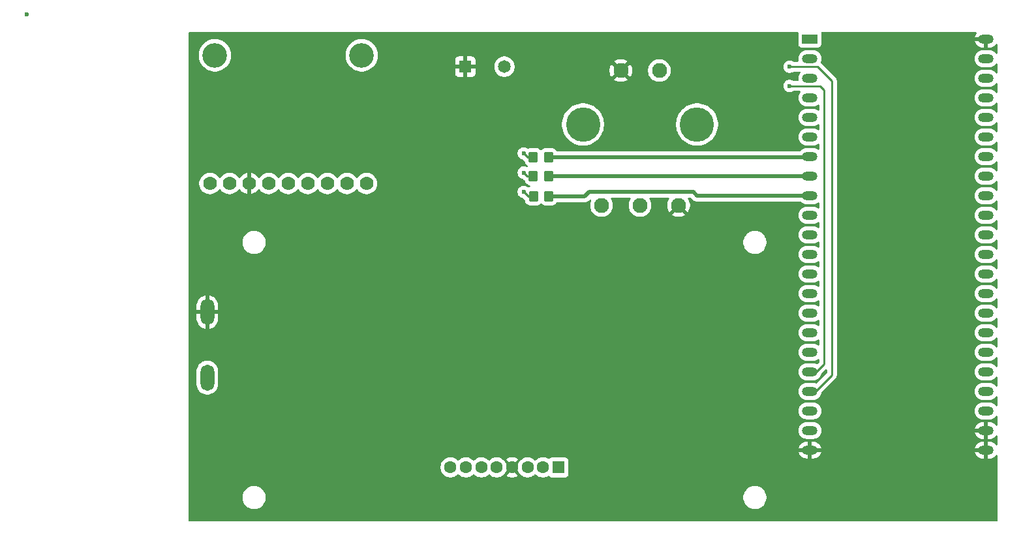
<source format=gbr>
%TF.GenerationSoftware,KiCad,Pcbnew,9.0.0*%
%TF.CreationDate,2025-04-12T20:32:53-04:00*%
%TF.ProjectId,phoenix_v1,70686f65-6e69-4785-9f76-312e6b696361,v2*%
%TF.SameCoordinates,Original*%
%TF.FileFunction,Copper,L2,Bot*%
%TF.FilePolarity,Positive*%
%FSLAX46Y46*%
G04 Gerber Fmt 4.6, Leading zero omitted, Abs format (unit mm)*
G04 Created by KiCad (PCBNEW 9.0.0) date 2025-04-12 20:32:53*
%MOMM*%
%LPD*%
G01*
G04 APERTURE LIST*
G04 Aperture macros list*
%AMRoundRect*
0 Rectangle with rounded corners*
0 $1 Rounding radius*
0 $2 $3 $4 $5 $6 $7 $8 $9 X,Y pos of 4 corners*
0 Add a 4 corners polygon primitive as box body*
4,1,4,$2,$3,$4,$5,$6,$7,$8,$9,$2,$3,0*
0 Add four circle primitives for the rounded corners*
1,1,$1+$1,$2,$3*
1,1,$1+$1,$4,$5*
1,1,$1+$1,$6,$7*
1,1,$1+$1,$8,$9*
0 Add four rect primitives between the rounded corners*
20,1,$1+$1,$2,$3,$4,$5,0*
20,1,$1+$1,$4,$5,$6,$7,0*
20,1,$1+$1,$6,$7,$8,$9,0*
20,1,$1+$1,$8,$9,$2,$3,0*%
G04 Aperture macros list end*
%TA.AperFunction,SMDPad,CuDef*%
%ADD10RoundRect,0.250000X0.350000X0.450000X-0.350000X0.450000X-0.350000X-0.450000X0.350000X-0.450000X0*%
%TD*%
%TA.AperFunction,ComponentPad*%
%ADD11C,1.778000*%
%TD*%
%TA.AperFunction,ComponentPad*%
%ADD12C,3.200000*%
%TD*%
%TA.AperFunction,ComponentPad*%
%ADD13R,1.650000X1.650000*%
%TD*%
%TA.AperFunction,ComponentPad*%
%ADD14C,1.650000*%
%TD*%
%TA.AperFunction,ComponentPad*%
%ADD15R,1.600000X1.600000*%
%TD*%
%TA.AperFunction,ComponentPad*%
%ADD16C,1.600000*%
%TD*%
%TA.AperFunction,ComponentPad*%
%ADD17O,1.800000X3.400000*%
%TD*%
%TA.AperFunction,ComponentPad*%
%ADD18R,2.000000X1.200000*%
%TD*%
%TA.AperFunction,ComponentPad*%
%ADD19O,2.000000X1.200000*%
%TD*%
%TA.AperFunction,ComponentPad*%
%ADD20C,1.950000*%
%TD*%
%TA.AperFunction,ComponentPad*%
%ADD21C,4.460000*%
%TD*%
%TA.AperFunction,ViaPad*%
%ADD22C,0.600000*%
%TD*%
%TA.AperFunction,Conductor*%
%ADD23C,0.250000*%
%TD*%
%TA.AperFunction,Conductor*%
%ADD24C,0.500000*%
%TD*%
G04 APERTURE END LIST*
D10*
%TO.P,R3,1*%
%TO.N,/LED_3*%
X131262578Y-80331471D03*
%TO.P,R3,2*%
%TO.N,Net-(D3-A)*%
X129262578Y-80331471D03*
%TD*%
%TO.P,R1,2*%
%TO.N,Net-(D1-A)*%
X129250000Y-75250000D03*
%TO.P,R1,1*%
%TO.N,/LED_1*%
X131250000Y-75250000D03*
%TD*%
%TO.P,R2,2*%
%TO.N,Net-(D2-A)*%
X129246885Y-77714021D03*
%TO.P,R2,1*%
%TO.N,/LED_2*%
X131246885Y-77714021D03*
%TD*%
D11*
%TO.P,J2,1,Pin_1*%
%TO.N,/MAX_DRDY*%
X107610000Y-78668000D03*
%TO.P,J2,2,Pin_2*%
%TO.N,/MAX_FAULT*%
X105070000Y-78668000D03*
%TO.P,J2,3,Pin_3*%
%TO.N,/MAX_CS*%
X102530000Y-78668000D03*
%TO.P,J2,4,Pin_4*%
%TO.N,/MAX_SDI*%
X99990000Y-78668000D03*
%TO.P,J2,5,Pin_5*%
%TO.N,/MAX_SDO*%
X97450000Y-78668000D03*
%TO.P,J2,6,Pin_6*%
%TO.N,/MAX_SCK*%
X94910000Y-78668000D03*
%TO.P,J2,7,Pin_7*%
%TO.N,GND*%
X92370000Y-78668000D03*
%TO.P,J2,8,Pin_8*%
%TO.N,/MAX_3.3VOUT*%
X89830000Y-78668000D03*
%TO.P,J2,9,Pin_9*%
%TO.N,+3.3V*%
X87290000Y-78668000D03*
D12*
%TO.P,J2,P$1*%
%TO.N,N/C*%
X87925000Y-62031000D03*
X106975000Y-62031000D03*
%TD*%
D13*
%TO.P,J1,1,Pin_1*%
%TO.N,GND*%
X120420000Y-63500000D03*
D14*
%TO.P,J1,2,Pin_2*%
%TO.N,/SSR_PWM*%
X125500000Y-63500000D03*
%TD*%
D15*
%TO.P,U2,1,~{RST}*%
%TO.N,/DISPLAY_RST*%
X132500000Y-115500000D03*
D16*
%TO.P,U2,2,SCL*%
%TO.N,/SCL*%
X130500000Y-115500000D03*
%TO.P,U2,3,SDA*%
%TO.N,/SDA*%
X128500000Y-115500000D03*
%TO.P,U2,4,VSS*%
%TO.N,GND*%
X126500000Y-115500000D03*
%TO.P,U2,5,VDD*%
%TO.N,+3.3V*%
X124500000Y-115500000D03*
%TO.P,U2,6,VOUT*%
%TO.N,Net-(U2-VOUT)*%
X122500000Y-115500000D03*
%TO.P,U2,7,C1+*%
%TO.N,Net-(U2-C1+)*%
X120500000Y-115500000D03*
%TO.P,U2,8,C1-*%
%TO.N,Net-(U2-C1-)*%
X118500000Y-115500000D03*
D17*
%TO.P,U2,9,A*%
%TO.N,+3.3V*%
X86950000Y-103850000D03*
%TO.P,U2,10,K*%
%TO.N,GND*%
X86950000Y-95350000D03*
%TD*%
D18*
%TO.P,U1,1,3V3*%
%TO.N,+3.3V*%
X165140000Y-59920000D03*
D19*
%TO.P,U1,2,3V3*%
X165140000Y-62460000D03*
%TO.P,U1,3,CHIP_PU*%
%TO.N,unconnected-(U1-CHIP_PU-Pad3)*%
X165140000Y-65000000D03*
%TO.P,U1,4,GPIO4/ADC1_CH3*%
%TO.N,/ENC_SW*%
X165140000Y-67540000D03*
%TO.P,U1,5,GPIO5/ADC1_CH4*%
%TO.N,/SSR_PWM*%
X165140000Y-70080000D03*
%TO.P,U1,6,GPIO6/ADC1_CH5*%
%TO.N,unconnected-(U1-GPIO6{slash}ADC1_CH5-Pad6)*%
X165140000Y-72620000D03*
%TO.P,U1,7,GPIO7/ADC1_CH6*%
%TO.N,/LED_1*%
X165140000Y-75160000D03*
%TO.P,U1,8,GPIO15/ADC2_CH4/32K_P*%
%TO.N,/LED_2*%
X165140000Y-77700000D03*
%TO.P,U1,9,GPIO16/ADC2_CH5/32K_N*%
%TO.N,/LED_3*%
X165140000Y-80240000D03*
%TO.P,U1,10,GPIO17/ADC2_CH6*%
%TO.N,/ENC_B*%
X165140000Y-82780000D03*
%TO.P,U1,11,GPIO18/ADC2_CH7*%
%TO.N,/ENC_A*%
X165140000Y-85320000D03*
%TO.P,U1,12,GPIO8/ADC1_CH7*%
%TO.N,/MAX_DRDY*%
X165140000Y-87860000D03*
%TO.P,U1,13,GPIO3/ADC1_CH2*%
%TO.N,/MAX_FAULT*%
X165140000Y-90400000D03*
%TO.P,U1,14,GPIO46*%
%TO.N,/MAX_CS*%
X165140000Y-92940000D03*
%TO.P,U1,15,GPIO9/ADC1_CH8*%
%TO.N,/MAX_SDI*%
X165140000Y-95480000D03*
%TO.P,U1,16,GPIO10/ADC1_CH9*%
%TO.N,/MAX_SDO*%
X165140000Y-98020000D03*
%TO.P,U1,17,GPIO11/ADC2_CH0*%
%TO.N,/MAX_SCK*%
X165140000Y-100560000D03*
%TO.P,U1,18,GPIO12/ADC2_CH1*%
%TO.N,/SDA*%
X165140000Y-103100000D03*
%TO.P,U1,19,GPIO13/ADC2_CH2*%
%TO.N,/SCL*%
X165140000Y-105640000D03*
%TO.P,U1,20,GPIO14/ADC2_CH3*%
%TO.N,/DISPLAY_RST*%
X165136320Y-108177280D03*
%TO.P,U1,21,5V*%
%TO.N,+5V*%
X165136320Y-110717280D03*
%TO.P,U1,22,GND*%
%TO.N,GND*%
X165136320Y-113257280D03*
%TO.P,U1,23,GND*%
X188000000Y-113260000D03*
%TO.P,U1,24,GND*%
X188000000Y-110720000D03*
%TO.P,U1,25,GPIO19/USB_D-*%
%TO.N,unconnected-(U1-GPIO19{slash}USB_D--Pad25)*%
X188000000Y-108180000D03*
%TO.P,U1,26,GPIO20/USB_D+*%
%TO.N,unconnected-(U1-GPIO20{slash}USB_D+-Pad26)*%
X188000000Y-105640000D03*
%TO.P,U1,27,GPIO21*%
%TO.N,unconnected-(U1-GPIO21-Pad27)*%
X188000000Y-103100000D03*
%TO.P,U1,28,GPIO47*%
%TO.N,unconnected-(U1-GPIO47-Pad28)*%
X188000000Y-100560000D03*
%TO.P,U1,29,GPIO48*%
%TO.N,unconnected-(U1-GPIO48-Pad29)*%
X188000000Y-98020000D03*
%TO.P,U1,30,GPIO45*%
%TO.N,unconnected-(U1-GPIO45-Pad30)*%
X188000000Y-95480000D03*
%TO.P,U1,31,GPIO0*%
%TO.N,unconnected-(U1-GPIO0-Pad31)*%
X188000000Y-92940000D03*
%TO.P,U1,32,GPIO35*%
%TO.N,unconnected-(U1-GPIO35-Pad32)*%
X188000000Y-90400000D03*
%TO.P,U1,33,GPIO36*%
%TO.N,unconnected-(U1-GPIO36-Pad33)*%
X188000000Y-87860000D03*
%TO.P,U1,34,GPIO37*%
%TO.N,unconnected-(U1-GPIO37-Pad34)*%
X188000000Y-85320000D03*
%TO.P,U1,35,GPIO38*%
%TO.N,unconnected-(U1-GPIO38-Pad35)*%
X188000000Y-82780000D03*
%TO.P,U1,36,GPIO39/MTCK*%
%TO.N,unconnected-(U1-GPIO39{slash}MTCK-Pad36)*%
X188000000Y-80240000D03*
%TO.P,U1,37,GPIO40/MTDO*%
%TO.N,unconnected-(U1-GPIO40{slash}MTDO-Pad37)*%
X188000000Y-77700000D03*
%TO.P,U1,38,GPIO41/MTDI*%
%TO.N,unconnected-(U1-GPIO41{slash}MTDI-Pad38)*%
X188000000Y-75160000D03*
%TO.P,U1,39,GPIO42/MTMS*%
%TO.N,unconnected-(U1-GPIO42{slash}MTMS-Pad39)*%
X188000000Y-72620000D03*
%TO.P,U1,40,GPIO2/ADC1_CH1*%
%TO.N,unconnected-(U1-GPIO2{slash}ADC1_CH1-Pad40)*%
X188000000Y-70080000D03*
%TO.P,U1,41,GPIO1/ADC1_CH0*%
%TO.N,unconnected-(U1-GPIO1{slash}ADC1_CH0-Pad41)*%
X188000000Y-67540000D03*
%TO.P,U1,42,GPIO44/U0RXD*%
%TO.N,unconnected-(U1-GPIO44{slash}U0RXD-Pad42)*%
X188000000Y-65000000D03*
%TO.P,U1,43,GPIO43/U0TXD*%
%TO.N,unconnected-(U1-GPIO43{slash}U0TXD-Pad43)*%
X188000000Y-62460000D03*
%TO.P,U1,44,GND*%
%TO.N,GND*%
X188000000Y-59920000D03*
%TD*%
D20*
%TO.P,SW1,A,A*%
%TO.N,/ENC_A*%
X138100000Y-81500000D03*
%TO.P,SW1,B,B*%
%TO.N,/ENC_B*%
X143100000Y-81500000D03*
%TO.P,SW1,C,C*%
%TO.N,GND*%
X148100000Y-81500000D03*
D21*
%TO.P,SW1,MH1*%
%TO.N,N/C*%
X135700000Y-71000000D03*
%TO.P,SW1,MH2*%
X150500000Y-71000000D03*
D20*
%TO.P,SW1,S1,S1*%
%TO.N,GND*%
X140600000Y-64000000D03*
%TO.P,SW1,S2,S2*%
%TO.N,/ENC_SW*%
X145600000Y-64000000D03*
%TD*%
D22*
%TO.N,Net-(D1-A)*%
X128000000Y-74750000D03*
%TO.N,Net-(D3-A)*%
X128000000Y-79750000D03*
%TO.N,Net-(D2-A)*%
X128000000Y-77250000D03*
%TO.N,*%
X63500000Y-56750000D03*
%TO.N,GND*%
X95000000Y-81250000D03*
X95000000Y-76500000D03*
X106500000Y-76500000D03*
X100500000Y-76500000D03*
X85750000Y-89750000D03*
X85250000Y-99750000D03*
X89250000Y-93250000D03*
X89000000Y-101750000D03*
X85500000Y-60000000D03*
X85500000Y-72000000D03*
X85500000Y-76250000D03*
X85500000Y-80750000D03*
X89000000Y-81750000D03*
X92750000Y-97500000D03*
X89250000Y-87750000D03*
X90500000Y-105500000D03*
X93000000Y-103250000D03*
X92750000Y-91750000D03*
X152500000Y-121000000D03*
X185500000Y-60000000D03*
X179500000Y-60000000D03*
X170500000Y-93000000D03*
X91000000Y-73000000D03*
X98500000Y-85000000D03*
X96500000Y-67500000D03*
X140500000Y-117000000D03*
X132000000Y-121000000D03*
X132000000Y-72500000D03*
X162500000Y-110500000D03*
X170500000Y-60000000D03*
X85500000Y-121500000D03*
X172000000Y-60000000D03*
X182500000Y-60000000D03*
X122500000Y-120500000D03*
X170500000Y-103000000D03*
X176000000Y-77500000D03*
X176000000Y-87500000D03*
X96000000Y-112500000D03*
X169024610Y-59973958D03*
X141500000Y-121000000D03*
X186500000Y-121500000D03*
X116500000Y-102000000D03*
X176000000Y-98000000D03*
X170500000Y-72500000D03*
X126500000Y-113000000D03*
X176500000Y-60000000D03*
X152000000Y-65500000D03*
X135000000Y-65000000D03*
X188500000Y-119500000D03*
X164500000Y-121500000D03*
X87000000Y-121500000D03*
X128000000Y-86500000D03*
X147500000Y-86500000D03*
X178000000Y-60000000D03*
X175000000Y-60000000D03*
X125500000Y-66500000D03*
X136500000Y-121000000D03*
X97000000Y-71500000D03*
X176000000Y-82500000D03*
X87500000Y-69500000D03*
X117500000Y-86000000D03*
X85500000Y-110500000D03*
X134500000Y-114000000D03*
X120500000Y-120500000D03*
X118500000Y-120500000D03*
X102000000Y-121500000D03*
X129500000Y-65000000D03*
X138500000Y-110000000D03*
X108500000Y-95500000D03*
X116000000Y-119000000D03*
X176000000Y-121500000D03*
X132000000Y-69000000D03*
X128000000Y-121000000D03*
X117500000Y-62500000D03*
X112500000Y-67000000D03*
X124500000Y-120500000D03*
X85500000Y-120000000D03*
X170500000Y-98000000D03*
X91000000Y-61000000D03*
X169500000Y-64500000D03*
X170500000Y-87500000D03*
X184000000Y-60000000D03*
X114500000Y-75000000D03*
X128000000Y-102500000D03*
X107500000Y-71500000D03*
X85500000Y-86000000D03*
X158500000Y-114000000D03*
X170500000Y-111500000D03*
X113500000Y-60000000D03*
X176000000Y-62500000D03*
X188500000Y-121500000D03*
X146000000Y-117000000D03*
X170500000Y-77500000D03*
X151500000Y-117000000D03*
X173000000Y-62500000D03*
X128000000Y-68500000D03*
X86500000Y-65000000D03*
X170500000Y-108000000D03*
X103500000Y-90000000D03*
X111500000Y-80000000D03*
X135500000Y-117000000D03*
X181000000Y-60000000D03*
X147000000Y-121000000D03*
X176000000Y-108000000D03*
X147000000Y-110000000D03*
X176000000Y-67500000D03*
X118500000Y-113000000D03*
X106000000Y-67500000D03*
X176000000Y-72500000D03*
X176000000Y-113500000D03*
X170500000Y-82500000D03*
X128500000Y-64000000D03*
X176000000Y-103000000D03*
X155500000Y-110000000D03*
X134500000Y-102500000D03*
X173500000Y-60000000D03*
X129000000Y-107500000D03*
X162500000Y-61500000D03*
X104500000Y-105000000D03*
X110000000Y-63500000D03*
X155000000Y-86500000D03*
X157000000Y-61500000D03*
X168000000Y-114000000D03*
X167500000Y-60000000D03*
X138500000Y-86500000D03*
X176000000Y-93000000D03*
X170500000Y-67500000D03*
%TO.N,/SCL*%
X162500000Y-63500000D03*
%TO.N,/SDA*%
X162500000Y-66000000D03*
%TD*%
D23*
%TO.N,Net-(D1-A)*%
X128500000Y-75250000D02*
X128000000Y-74750000D01*
X129250000Y-75250000D02*
X128500000Y-75250000D01*
%TO.N,Net-(D3-A)*%
X128581471Y-80331471D02*
X128000000Y-79750000D01*
X129262578Y-80331471D02*
X128581471Y-80331471D01*
%TO.N,Net-(D2-A)*%
X129246885Y-77714021D02*
X128464021Y-77714021D01*
X128464021Y-77714021D02*
X128000000Y-77250000D01*
X129246885Y-77714021D02*
X129035979Y-77714021D01*
X129035979Y-77714021D02*
X129000000Y-77750000D01*
D24*
%TO.N,/LED_3*%
X131262578Y-80331471D02*
X135918529Y-80331471D01*
X150000000Y-79750000D02*
X150490000Y-80240000D01*
X150490000Y-80240000D02*
X165140000Y-80240000D01*
X135918529Y-80331471D02*
X136500000Y-79750000D01*
X136500000Y-79750000D02*
X150000000Y-79750000D01*
%TO.N,/LED_2*%
X131246885Y-77714021D02*
X165125979Y-77714021D01*
X165125979Y-77714021D02*
X165140000Y-77700000D01*
%TO.N,/LED_1*%
X131250000Y-75250000D02*
X165050000Y-75250000D01*
X165050000Y-75250000D02*
X165140000Y-75160000D01*
D23*
%TO.N,/SCL*%
X168000000Y-65356300D02*
X168000000Y-103500000D01*
X166143700Y-63500000D02*
X168000000Y-65356300D01*
X168000000Y-103500000D02*
X165860000Y-105640000D01*
X165860000Y-105640000D02*
X165140000Y-105640000D01*
X162500000Y-63500000D02*
X166143700Y-63500000D01*
%TO.N,/SDA*%
X162500000Y-66000000D02*
X166500000Y-66000000D01*
X167000000Y-66500000D02*
X167000000Y-102070438D01*
X167000000Y-102070438D02*
X165970438Y-103100000D01*
X166500000Y-66000000D02*
X167000000Y-66500000D01*
X165970438Y-103100000D02*
X165140000Y-103100000D01*
%TD*%
%TA.AperFunction,Conductor*%
%TO.N,GND*%
G36*
X163613432Y-59020185D02*
G01*
X163659187Y-59072989D01*
X163669131Y-59142147D01*
X163662575Y-59167833D01*
X163645908Y-59212517D01*
X163639501Y-59272116D01*
X163639501Y-59272123D01*
X163639500Y-59272135D01*
X163639500Y-60567870D01*
X163639501Y-60567876D01*
X163645908Y-60627483D01*
X163696202Y-60762328D01*
X163696206Y-60762335D01*
X163782452Y-60877544D01*
X163782455Y-60877547D01*
X163897664Y-60963793D01*
X163897671Y-60963797D01*
X164032517Y-61014091D01*
X164032516Y-61014091D01*
X164039444Y-61014835D01*
X164092127Y-61020500D01*
X166187872Y-61020499D01*
X166247483Y-61014091D01*
X166382331Y-60963796D01*
X166497546Y-60877546D01*
X166583796Y-60762331D01*
X166634091Y-60627483D01*
X166640500Y-60567873D01*
X166640499Y-59920000D01*
X166640499Y-59272129D01*
X166640498Y-59272123D01*
X166640497Y-59272116D01*
X166634091Y-59212517D01*
X166617425Y-59167833D01*
X166612441Y-59098142D01*
X166645926Y-59036819D01*
X166707249Y-59003334D01*
X166733607Y-59000500D01*
X186665281Y-59000500D01*
X186732320Y-59020185D01*
X186778075Y-59072989D01*
X186788019Y-59142147D01*
X186762522Y-59198505D01*
X186763831Y-59199456D01*
X186659195Y-59343475D01*
X186580591Y-59497744D01*
X186527085Y-59662415D01*
X186525884Y-59669999D01*
X186525885Y-59670000D01*
X187684314Y-59670000D01*
X187679920Y-59674394D01*
X187627259Y-59765606D01*
X187600000Y-59867339D01*
X187600000Y-59972661D01*
X187627259Y-60074394D01*
X187679920Y-60165606D01*
X187684314Y-60170000D01*
X186525885Y-60170000D01*
X186527085Y-60177584D01*
X186580591Y-60342255D01*
X186659195Y-60496524D01*
X186760967Y-60636602D01*
X186883397Y-60759032D01*
X187023475Y-60860804D01*
X187177742Y-60939408D01*
X187342415Y-60992914D01*
X187513429Y-61020000D01*
X187750000Y-61020000D01*
X187750000Y-60235686D01*
X187754394Y-60240080D01*
X187845606Y-60292741D01*
X187947339Y-60320000D01*
X188052661Y-60320000D01*
X188154394Y-60292741D01*
X188245606Y-60240080D01*
X188250000Y-60235686D01*
X188250000Y-61020000D01*
X188486571Y-61020000D01*
X188657584Y-60992914D01*
X188822257Y-60939408D01*
X188976524Y-60860804D01*
X189116602Y-60759032D01*
X189239036Y-60636598D01*
X189275181Y-60586848D01*
X189330510Y-60544181D01*
X189400124Y-60538201D01*
X189461919Y-60570806D01*
X189496277Y-60631645D01*
X189499500Y-60659732D01*
X189499500Y-61719416D01*
X189479815Y-61786455D01*
X189427011Y-61832210D01*
X189357853Y-61842154D01*
X189294297Y-61813129D01*
X189275183Y-61792303D01*
X189239414Y-61743072D01*
X189116930Y-61620588D01*
X189116928Y-61620586D01*
X188976788Y-61518768D01*
X188822445Y-61440127D01*
X188657701Y-61386598D01*
X188657699Y-61386597D01*
X188657698Y-61386597D01*
X188526271Y-61365781D01*
X188486611Y-61359500D01*
X187513389Y-61359500D01*
X187473728Y-61365781D01*
X187342302Y-61386597D01*
X187177552Y-61440128D01*
X187023211Y-61518768D01*
X186943256Y-61576859D01*
X186883072Y-61620586D01*
X186883070Y-61620588D01*
X186883069Y-61620588D01*
X186760588Y-61743069D01*
X186760588Y-61743070D01*
X186760586Y-61743072D01*
X186716859Y-61803256D01*
X186658768Y-61883211D01*
X186580128Y-62037552D01*
X186526597Y-62202302D01*
X186500618Y-62366330D01*
X186499500Y-62373389D01*
X186499500Y-62546611D01*
X186526598Y-62717701D01*
X186580127Y-62882445D01*
X186658768Y-63036788D01*
X186760586Y-63176928D01*
X186883072Y-63299414D01*
X187023212Y-63401232D01*
X187177555Y-63479873D01*
X187342299Y-63533402D01*
X187513389Y-63560500D01*
X187513390Y-63560500D01*
X188486610Y-63560500D01*
X188486611Y-63560500D01*
X188657701Y-63533402D01*
X188822445Y-63479873D01*
X188976788Y-63401232D01*
X189116928Y-63299414D01*
X189239414Y-63176928D01*
X189275183Y-63127696D01*
X189330512Y-63085032D01*
X189400126Y-63079053D01*
X189461921Y-63111659D01*
X189496278Y-63172498D01*
X189499500Y-63200583D01*
X189499500Y-64259416D01*
X189479815Y-64326455D01*
X189427011Y-64372210D01*
X189357853Y-64382154D01*
X189294297Y-64353129D01*
X189275183Y-64332303D01*
X189239414Y-64283072D01*
X189116930Y-64160588D01*
X189116928Y-64160586D01*
X188976788Y-64058768D01*
X188822445Y-63980127D01*
X188657701Y-63926598D01*
X188657699Y-63926597D01*
X188657698Y-63926597D01*
X188526271Y-63905781D01*
X188486611Y-63899500D01*
X187513389Y-63899500D01*
X187473728Y-63905781D01*
X187342302Y-63926597D01*
X187177552Y-63980128D01*
X187023211Y-64058768D01*
X186972575Y-64095558D01*
X186883072Y-64160586D01*
X186883070Y-64160588D01*
X186883069Y-64160588D01*
X186760588Y-64283069D01*
X186760588Y-64283070D01*
X186760586Y-64283072D01*
X186716859Y-64343256D01*
X186658768Y-64423211D01*
X186580128Y-64577552D01*
X186526597Y-64742302D01*
X186505522Y-64875368D01*
X186499500Y-64913389D01*
X186499500Y-65086611D01*
X186526598Y-65257701D01*
X186580127Y-65422445D01*
X186658768Y-65576788D01*
X186760586Y-65716928D01*
X186883072Y-65839414D01*
X187023212Y-65941232D01*
X187177555Y-66019873D01*
X187342299Y-66073402D01*
X187513389Y-66100500D01*
X187513390Y-66100500D01*
X188486610Y-66100500D01*
X188486611Y-66100500D01*
X188657701Y-66073402D01*
X188822445Y-66019873D01*
X188976788Y-65941232D01*
X189116928Y-65839414D01*
X189239414Y-65716928D01*
X189275183Y-65667696D01*
X189330512Y-65625032D01*
X189400126Y-65619053D01*
X189461921Y-65651659D01*
X189496278Y-65712498D01*
X189499500Y-65740583D01*
X189499500Y-66799416D01*
X189479815Y-66866455D01*
X189427011Y-66912210D01*
X189357853Y-66922154D01*
X189294297Y-66893129D01*
X189275183Y-66872303D01*
X189239414Y-66823072D01*
X189116930Y-66700588D01*
X189116928Y-66700586D01*
X188976788Y-66598768D01*
X188822445Y-66520127D01*
X188657701Y-66466598D01*
X188657699Y-66466597D01*
X188657698Y-66466597D01*
X188526271Y-66445781D01*
X188486611Y-66439500D01*
X187513389Y-66439500D01*
X187473728Y-66445781D01*
X187342302Y-66466597D01*
X187177552Y-66520128D01*
X187023211Y-66598768D01*
X186957655Y-66646398D01*
X186883072Y-66700586D01*
X186883070Y-66700588D01*
X186883069Y-66700588D01*
X186760588Y-66823069D01*
X186760588Y-66823070D01*
X186760586Y-66823072D01*
X186716859Y-66883256D01*
X186658768Y-66963211D01*
X186580128Y-67117552D01*
X186526597Y-67282302D01*
X186500500Y-67447075D01*
X186499500Y-67453389D01*
X186499500Y-67626611D01*
X186526598Y-67797701D01*
X186580127Y-67962445D01*
X186658768Y-68116788D01*
X186760586Y-68256928D01*
X186883072Y-68379414D01*
X187023212Y-68481232D01*
X187177555Y-68559873D01*
X187342299Y-68613402D01*
X187513389Y-68640500D01*
X187513390Y-68640500D01*
X188486610Y-68640500D01*
X188486611Y-68640500D01*
X188657701Y-68613402D01*
X188822445Y-68559873D01*
X188976788Y-68481232D01*
X189116928Y-68379414D01*
X189239414Y-68256928D01*
X189275183Y-68207696D01*
X189330512Y-68165032D01*
X189400126Y-68159053D01*
X189461921Y-68191659D01*
X189496278Y-68252498D01*
X189499500Y-68280583D01*
X189499500Y-69339416D01*
X189479815Y-69406455D01*
X189427011Y-69452210D01*
X189357853Y-69462154D01*
X189294297Y-69433129D01*
X189275183Y-69412303D01*
X189239414Y-69363072D01*
X189116930Y-69240588D01*
X189116928Y-69240586D01*
X188976788Y-69138768D01*
X188822445Y-69060127D01*
X188657701Y-69006598D01*
X188657699Y-69006597D01*
X188657698Y-69006597D01*
X188526271Y-68985781D01*
X188486611Y-68979500D01*
X187513389Y-68979500D01*
X187473728Y-68985781D01*
X187342302Y-69006597D01*
X187177552Y-69060128D01*
X187023211Y-69138768D01*
X186962386Y-69182961D01*
X186883072Y-69240586D01*
X186883070Y-69240588D01*
X186883069Y-69240588D01*
X186760588Y-69363069D01*
X186760588Y-69363070D01*
X186760586Y-69363072D01*
X186721079Y-69417449D01*
X186658768Y-69503211D01*
X186580128Y-69657552D01*
X186526597Y-69822302D01*
X186505828Y-69953433D01*
X186499500Y-69993389D01*
X186499500Y-70166611D01*
X186526598Y-70337701D01*
X186580127Y-70502445D01*
X186658768Y-70656788D01*
X186760586Y-70796928D01*
X186883072Y-70919414D01*
X187023212Y-71021232D01*
X187177555Y-71099873D01*
X187342299Y-71153402D01*
X187513389Y-71180500D01*
X187513390Y-71180500D01*
X188486610Y-71180500D01*
X188486611Y-71180500D01*
X188657701Y-71153402D01*
X188822445Y-71099873D01*
X188976788Y-71021232D01*
X189116928Y-70919414D01*
X189239414Y-70796928D01*
X189275183Y-70747696D01*
X189330512Y-70705032D01*
X189400126Y-70699053D01*
X189461921Y-70731659D01*
X189496278Y-70792498D01*
X189499500Y-70820583D01*
X189499500Y-71879416D01*
X189479815Y-71946455D01*
X189427011Y-71992210D01*
X189357853Y-72002154D01*
X189294297Y-71973129D01*
X189275183Y-71952303D01*
X189239414Y-71903072D01*
X189116930Y-71780588D01*
X189116928Y-71780586D01*
X188976788Y-71678768D01*
X188822445Y-71600127D01*
X188657701Y-71546598D01*
X188657699Y-71546597D01*
X188657698Y-71546597D01*
X188526271Y-71525781D01*
X188486611Y-71519500D01*
X187513389Y-71519500D01*
X187473728Y-71525781D01*
X187342302Y-71546597D01*
X187177552Y-71600128D01*
X187023211Y-71678768D01*
X186962386Y-71722961D01*
X186883072Y-71780586D01*
X186883070Y-71780588D01*
X186883069Y-71780588D01*
X186760588Y-71903069D01*
X186760588Y-71903070D01*
X186760586Y-71903072D01*
X186716859Y-71963256D01*
X186658768Y-72043211D01*
X186580128Y-72197552D01*
X186526597Y-72362302D01*
X186500500Y-72527075D01*
X186499500Y-72533389D01*
X186499500Y-72706611D01*
X186526598Y-72877701D01*
X186580127Y-73042445D01*
X186658768Y-73196788D01*
X186760586Y-73336928D01*
X186883072Y-73459414D01*
X187023212Y-73561232D01*
X187177555Y-73639873D01*
X187342299Y-73693402D01*
X187513389Y-73720500D01*
X187513390Y-73720500D01*
X188486610Y-73720500D01*
X188486611Y-73720500D01*
X188657701Y-73693402D01*
X188822445Y-73639873D01*
X188976788Y-73561232D01*
X189116928Y-73459414D01*
X189239414Y-73336928D01*
X189275183Y-73287696D01*
X189330512Y-73245032D01*
X189400126Y-73239053D01*
X189461921Y-73271659D01*
X189496278Y-73332498D01*
X189499500Y-73360583D01*
X189499500Y-74419416D01*
X189479815Y-74486455D01*
X189427011Y-74532210D01*
X189357853Y-74542154D01*
X189294297Y-74513129D01*
X189275183Y-74492303D01*
X189239414Y-74443072D01*
X189116930Y-74320588D01*
X189116928Y-74320586D01*
X188976788Y-74218768D01*
X188822445Y-74140127D01*
X188657701Y-74086598D01*
X188657699Y-74086597D01*
X188657698Y-74086597D01*
X188526271Y-74065781D01*
X188486611Y-74059500D01*
X187513389Y-74059500D01*
X187473728Y-74065781D01*
X187342302Y-74086597D01*
X187342299Y-74086598D01*
X187214232Y-74128210D01*
X187177552Y-74140128D01*
X187023211Y-74218768D01*
X186962386Y-74262961D01*
X186883072Y-74320586D01*
X186883070Y-74320588D01*
X186883069Y-74320588D01*
X186760588Y-74443069D01*
X186760588Y-74443070D01*
X186760586Y-74443072D01*
X186719589Y-74499500D01*
X186658768Y-74583211D01*
X186580128Y-74737552D01*
X186526597Y-74902302D01*
X186513737Y-74983497D01*
X186499500Y-75073389D01*
X186499500Y-75246611D01*
X186526598Y-75417701D01*
X186580127Y-75582445D01*
X186658768Y-75736788D01*
X186760586Y-75876928D01*
X186883072Y-75999414D01*
X187023212Y-76101232D01*
X187177555Y-76179873D01*
X187342299Y-76233402D01*
X187513389Y-76260500D01*
X187513390Y-76260500D01*
X188486610Y-76260500D01*
X188486611Y-76260500D01*
X188657701Y-76233402D01*
X188822445Y-76179873D01*
X188976788Y-76101232D01*
X189116928Y-75999414D01*
X189239414Y-75876928D01*
X189275183Y-75827696D01*
X189330512Y-75785032D01*
X189400126Y-75779053D01*
X189461921Y-75811659D01*
X189496278Y-75872498D01*
X189499500Y-75900583D01*
X189499500Y-76959416D01*
X189479815Y-77026455D01*
X189427011Y-77072210D01*
X189357853Y-77082154D01*
X189294297Y-77053129D01*
X189275183Y-77032303D01*
X189239414Y-76983072D01*
X189116930Y-76860588D01*
X189116928Y-76860586D01*
X188976788Y-76758768D01*
X188822445Y-76680127D01*
X188657701Y-76626598D01*
X188657699Y-76626597D01*
X188657698Y-76626597D01*
X188526271Y-76605781D01*
X188486611Y-76599500D01*
X187513389Y-76599500D01*
X187473728Y-76605781D01*
X187342302Y-76626597D01*
X187177552Y-76680128D01*
X187023211Y-76758768D01*
X186968585Y-76798457D01*
X186883072Y-76860586D01*
X186883070Y-76860588D01*
X186883069Y-76860588D01*
X186760588Y-76983069D01*
X186760588Y-76983070D01*
X186760586Y-76983072D01*
X186716859Y-77043256D01*
X186658768Y-77123211D01*
X186580128Y-77277552D01*
X186526597Y-77442302D01*
X186499500Y-77613389D01*
X186499500Y-77786610D01*
X186523753Y-77939743D01*
X186526598Y-77957701D01*
X186580127Y-78122445D01*
X186658768Y-78276788D01*
X186760586Y-78416928D01*
X186883072Y-78539414D01*
X187023212Y-78641232D01*
X187177555Y-78719873D01*
X187342299Y-78773402D01*
X187513389Y-78800500D01*
X187513390Y-78800500D01*
X188486610Y-78800500D01*
X188486611Y-78800500D01*
X188657701Y-78773402D01*
X188822445Y-78719873D01*
X188976788Y-78641232D01*
X189116928Y-78539414D01*
X189239414Y-78416928D01*
X189275183Y-78367696D01*
X189330512Y-78325032D01*
X189400126Y-78319053D01*
X189461921Y-78351659D01*
X189496278Y-78412498D01*
X189499500Y-78440583D01*
X189499500Y-79499416D01*
X189479815Y-79566455D01*
X189427011Y-79612210D01*
X189357853Y-79622154D01*
X189294297Y-79593129D01*
X189275183Y-79572303D01*
X189239414Y-79523072D01*
X189116930Y-79400588D01*
X189116928Y-79400586D01*
X188976788Y-79298768D01*
X188822445Y-79220127D01*
X188657701Y-79166598D01*
X188657699Y-79166597D01*
X188657698Y-79166597D01*
X188526271Y-79145781D01*
X188486611Y-79139500D01*
X187513389Y-79139500D01*
X187473728Y-79145781D01*
X187342302Y-79166597D01*
X187177552Y-79220128D01*
X187023211Y-79298768D01*
X186962386Y-79342961D01*
X186883072Y-79400586D01*
X186883070Y-79400588D01*
X186883069Y-79400588D01*
X186760588Y-79523069D01*
X186760588Y-79523070D01*
X186760586Y-79523072D01*
X186720579Y-79578137D01*
X186658768Y-79663211D01*
X186580128Y-79817552D01*
X186526597Y-79982302D01*
X186500500Y-80147075D01*
X186499500Y-80153389D01*
X186499500Y-80326611D01*
X186526598Y-80497701D01*
X186580127Y-80662445D01*
X186658768Y-80816788D01*
X186760586Y-80956928D01*
X186883072Y-81079414D01*
X187023212Y-81181232D01*
X187177555Y-81259873D01*
X187342299Y-81313402D01*
X187513389Y-81340500D01*
X187513390Y-81340500D01*
X188486610Y-81340500D01*
X188486611Y-81340500D01*
X188657701Y-81313402D01*
X188822445Y-81259873D01*
X188976788Y-81181232D01*
X189116928Y-81079414D01*
X189239414Y-80956928D01*
X189275183Y-80907696D01*
X189330512Y-80865032D01*
X189400126Y-80859053D01*
X189461921Y-80891659D01*
X189496278Y-80952498D01*
X189499500Y-80980583D01*
X189499500Y-82039416D01*
X189479815Y-82106455D01*
X189427011Y-82152210D01*
X189357853Y-82162154D01*
X189294297Y-82133129D01*
X189275183Y-82112303D01*
X189239414Y-82063072D01*
X189116930Y-81940588D01*
X189116928Y-81940586D01*
X188976788Y-81838768D01*
X188822445Y-81760127D01*
X188657701Y-81706598D01*
X188657699Y-81706597D01*
X188657698Y-81706597D01*
X188526271Y-81685781D01*
X188486611Y-81679500D01*
X187513389Y-81679500D01*
X187473728Y-81685781D01*
X187342302Y-81706597D01*
X187177552Y-81760128D01*
X187023211Y-81838768D01*
X187002862Y-81853553D01*
X186883072Y-81940586D01*
X186883070Y-81940588D01*
X186883069Y-81940588D01*
X186760588Y-82063069D01*
X186760588Y-82063070D01*
X186760586Y-82063072D01*
X186716859Y-82123256D01*
X186658768Y-82203211D01*
X186580128Y-82357552D01*
X186526597Y-82522302D01*
X186500500Y-82687075D01*
X186499500Y-82693389D01*
X186499500Y-82866611D01*
X186526598Y-83037701D01*
X186580127Y-83202445D01*
X186658768Y-83356788D01*
X186760586Y-83496928D01*
X186883072Y-83619414D01*
X187023212Y-83721232D01*
X187177555Y-83799873D01*
X187342299Y-83853402D01*
X187513389Y-83880500D01*
X187513390Y-83880500D01*
X188486610Y-83880500D01*
X188486611Y-83880500D01*
X188657701Y-83853402D01*
X188822445Y-83799873D01*
X188976788Y-83721232D01*
X189116928Y-83619414D01*
X189239414Y-83496928D01*
X189275183Y-83447696D01*
X189330512Y-83405032D01*
X189400126Y-83399053D01*
X189461921Y-83431659D01*
X189496278Y-83492498D01*
X189499500Y-83520583D01*
X189499500Y-84579416D01*
X189479815Y-84646455D01*
X189427011Y-84692210D01*
X189357853Y-84702154D01*
X189294297Y-84673129D01*
X189275183Y-84652303D01*
X189239414Y-84603072D01*
X189116930Y-84480588D01*
X189116928Y-84480586D01*
X188976788Y-84378768D01*
X188822445Y-84300127D01*
X188657701Y-84246598D01*
X188657699Y-84246597D01*
X188657698Y-84246597D01*
X188526271Y-84225781D01*
X188486611Y-84219500D01*
X187513389Y-84219500D01*
X187473728Y-84225781D01*
X187342302Y-84246597D01*
X187177552Y-84300128D01*
X187023211Y-84378768D01*
X186962386Y-84422961D01*
X186883072Y-84480586D01*
X186883070Y-84480588D01*
X186883069Y-84480588D01*
X186760588Y-84603069D01*
X186760588Y-84603070D01*
X186760586Y-84603072D01*
X186716859Y-84663256D01*
X186658768Y-84743211D01*
X186580128Y-84897552D01*
X186526597Y-85062302D01*
X186511839Y-85155483D01*
X186499500Y-85233389D01*
X186499500Y-85406611D01*
X186526598Y-85577701D01*
X186580127Y-85742445D01*
X186658768Y-85896788D01*
X186760586Y-86036928D01*
X186883072Y-86159414D01*
X187023212Y-86261232D01*
X187177555Y-86339873D01*
X187342299Y-86393402D01*
X187513389Y-86420500D01*
X187513390Y-86420500D01*
X188486610Y-86420500D01*
X188486611Y-86420500D01*
X188657701Y-86393402D01*
X188822445Y-86339873D01*
X188976788Y-86261232D01*
X189116928Y-86159414D01*
X189239414Y-86036928D01*
X189275183Y-85987696D01*
X189330512Y-85945032D01*
X189400126Y-85939053D01*
X189461921Y-85971659D01*
X189496278Y-86032498D01*
X189499500Y-86060583D01*
X189499500Y-87119416D01*
X189479815Y-87186455D01*
X189427011Y-87232210D01*
X189357853Y-87242154D01*
X189294297Y-87213129D01*
X189275183Y-87192303D01*
X189239414Y-87143072D01*
X189116930Y-87020588D01*
X189116928Y-87020586D01*
X188976788Y-86918768D01*
X188822447Y-86840128D01*
X188822446Y-86840127D01*
X188822445Y-86840127D01*
X188657701Y-86786598D01*
X188657699Y-86786597D01*
X188657698Y-86786597D01*
X188526271Y-86765781D01*
X188486611Y-86759500D01*
X187513389Y-86759500D01*
X187473728Y-86765781D01*
X187342302Y-86786597D01*
X187177552Y-86840128D01*
X187023211Y-86918768D01*
X186962386Y-86962961D01*
X186883072Y-87020586D01*
X186883070Y-87020588D01*
X186883069Y-87020588D01*
X186760588Y-87143069D01*
X186760588Y-87143070D01*
X186760586Y-87143072D01*
X186716859Y-87203256D01*
X186658768Y-87283211D01*
X186580128Y-87437552D01*
X186526597Y-87602302D01*
X186501058Y-87763553D01*
X186499500Y-87773389D01*
X186499500Y-87946611D01*
X186526598Y-88117701D01*
X186580127Y-88282445D01*
X186658768Y-88436788D01*
X186760586Y-88576928D01*
X186883072Y-88699414D01*
X187023212Y-88801232D01*
X187177555Y-88879873D01*
X187342299Y-88933402D01*
X187513389Y-88960500D01*
X187513390Y-88960500D01*
X188486610Y-88960500D01*
X188486611Y-88960500D01*
X188657701Y-88933402D01*
X188822445Y-88879873D01*
X188976788Y-88801232D01*
X189116928Y-88699414D01*
X189239414Y-88576928D01*
X189275183Y-88527696D01*
X189330512Y-88485032D01*
X189400126Y-88479053D01*
X189461921Y-88511659D01*
X189496278Y-88572498D01*
X189499500Y-88600583D01*
X189499500Y-89659416D01*
X189479815Y-89726455D01*
X189427011Y-89772210D01*
X189357853Y-89782154D01*
X189294297Y-89753129D01*
X189275183Y-89732303D01*
X189239414Y-89683072D01*
X189116930Y-89560588D01*
X189116928Y-89560586D01*
X188976788Y-89458768D01*
X188822445Y-89380127D01*
X188657701Y-89326598D01*
X188657699Y-89326597D01*
X188657698Y-89326597D01*
X188526271Y-89305781D01*
X188486611Y-89299500D01*
X187513389Y-89299500D01*
X187473728Y-89305781D01*
X187342302Y-89326597D01*
X187177552Y-89380128D01*
X187023211Y-89458768D01*
X186962386Y-89502961D01*
X186883072Y-89560586D01*
X186883070Y-89560588D01*
X186883069Y-89560588D01*
X186760588Y-89683069D01*
X186760588Y-89683070D01*
X186760586Y-89683072D01*
X186716859Y-89743256D01*
X186658768Y-89823211D01*
X186580128Y-89977552D01*
X186526597Y-90142302D01*
X186500500Y-90307075D01*
X186499500Y-90313389D01*
X186499500Y-90486611D01*
X186526598Y-90657701D01*
X186580127Y-90822445D01*
X186658768Y-90976788D01*
X186760586Y-91116928D01*
X186883072Y-91239414D01*
X187023212Y-91341232D01*
X187177555Y-91419873D01*
X187342299Y-91473402D01*
X187513389Y-91500500D01*
X187513390Y-91500500D01*
X188486610Y-91500500D01*
X188486611Y-91500500D01*
X188657701Y-91473402D01*
X188822445Y-91419873D01*
X188976788Y-91341232D01*
X189116928Y-91239414D01*
X189239414Y-91116928D01*
X189275183Y-91067696D01*
X189330512Y-91025032D01*
X189400126Y-91019053D01*
X189461921Y-91051659D01*
X189496278Y-91112498D01*
X189499500Y-91140583D01*
X189499500Y-92199416D01*
X189479815Y-92266455D01*
X189427011Y-92312210D01*
X189357853Y-92322154D01*
X189294297Y-92293129D01*
X189275183Y-92272303D01*
X189239414Y-92223072D01*
X189116930Y-92100588D01*
X189116928Y-92100586D01*
X188976788Y-91998768D01*
X188822445Y-91920127D01*
X188657701Y-91866598D01*
X188657699Y-91866597D01*
X188657698Y-91866597D01*
X188526271Y-91845781D01*
X188486611Y-91839500D01*
X187513389Y-91839500D01*
X187473728Y-91845781D01*
X187342302Y-91866597D01*
X187177552Y-91920128D01*
X187023211Y-91998768D01*
X186962386Y-92042961D01*
X186883072Y-92100586D01*
X186883070Y-92100588D01*
X186883069Y-92100588D01*
X186760588Y-92223069D01*
X186760588Y-92223070D01*
X186760586Y-92223072D01*
X186716859Y-92283256D01*
X186658768Y-92363211D01*
X186580128Y-92517552D01*
X186526597Y-92682302D01*
X186500500Y-92847075D01*
X186499500Y-92853389D01*
X186499500Y-93026611D01*
X186526598Y-93197701D01*
X186580127Y-93362445D01*
X186658768Y-93516788D01*
X186760586Y-93656928D01*
X186883072Y-93779414D01*
X187023212Y-93881232D01*
X187177555Y-93959873D01*
X187342299Y-94013402D01*
X187513389Y-94040500D01*
X187513390Y-94040500D01*
X188486610Y-94040500D01*
X188486611Y-94040500D01*
X188657701Y-94013402D01*
X188822445Y-93959873D01*
X188976788Y-93881232D01*
X189116928Y-93779414D01*
X189239414Y-93656928D01*
X189275183Y-93607696D01*
X189330512Y-93565032D01*
X189400126Y-93559053D01*
X189461921Y-93591659D01*
X189496278Y-93652498D01*
X189499500Y-93680583D01*
X189499500Y-94739416D01*
X189479815Y-94806455D01*
X189427011Y-94852210D01*
X189357853Y-94862154D01*
X189294297Y-94833129D01*
X189275183Y-94812303D01*
X189239414Y-94763072D01*
X189116930Y-94640588D01*
X189116928Y-94640586D01*
X188976788Y-94538768D01*
X188822445Y-94460127D01*
X188657701Y-94406598D01*
X188657699Y-94406597D01*
X188657698Y-94406597D01*
X188526271Y-94385781D01*
X188486611Y-94379500D01*
X187513389Y-94379500D01*
X187473728Y-94385781D01*
X187342302Y-94406597D01*
X187177552Y-94460128D01*
X187023211Y-94538768D01*
X186962386Y-94582961D01*
X186883072Y-94640586D01*
X186883070Y-94640588D01*
X186883069Y-94640588D01*
X186760588Y-94763069D01*
X186760588Y-94763070D01*
X186760586Y-94763072D01*
X186716859Y-94823256D01*
X186658768Y-94903211D01*
X186580128Y-95057552D01*
X186526597Y-95222302D01*
X186500500Y-95387075D01*
X186499500Y-95393389D01*
X186499500Y-95566611D01*
X186526598Y-95737701D01*
X186580127Y-95902445D01*
X186658768Y-96056788D01*
X186760586Y-96196928D01*
X186883072Y-96319414D01*
X187023212Y-96421232D01*
X187177555Y-96499873D01*
X187342299Y-96553402D01*
X187513389Y-96580500D01*
X187513390Y-96580500D01*
X188486610Y-96580500D01*
X188486611Y-96580500D01*
X188657701Y-96553402D01*
X188822445Y-96499873D01*
X188976788Y-96421232D01*
X189116928Y-96319414D01*
X189239414Y-96196928D01*
X189275183Y-96147696D01*
X189330512Y-96105032D01*
X189400126Y-96099053D01*
X189461921Y-96131659D01*
X189496278Y-96192498D01*
X189499500Y-96220583D01*
X189499500Y-97279416D01*
X189479815Y-97346455D01*
X189427011Y-97392210D01*
X189357853Y-97402154D01*
X189294297Y-97373129D01*
X189275183Y-97352303D01*
X189239414Y-97303072D01*
X189116930Y-97180588D01*
X189116928Y-97180586D01*
X188976788Y-97078768D01*
X188822445Y-97000127D01*
X188657701Y-96946598D01*
X188657699Y-96946597D01*
X188657698Y-96946597D01*
X188526271Y-96925781D01*
X188486611Y-96919500D01*
X187513389Y-96919500D01*
X187473728Y-96925781D01*
X187342302Y-96946597D01*
X187177552Y-97000128D01*
X187023211Y-97078768D01*
X186962386Y-97122961D01*
X186883072Y-97180586D01*
X186883070Y-97180588D01*
X186883069Y-97180588D01*
X186760588Y-97303069D01*
X186760588Y-97303070D01*
X186760586Y-97303072D01*
X186716859Y-97363256D01*
X186658768Y-97443211D01*
X186580128Y-97597552D01*
X186526597Y-97762302D01*
X186500500Y-97927075D01*
X186499500Y-97933389D01*
X186499500Y-98106611D01*
X186526598Y-98277701D01*
X186580127Y-98442445D01*
X186658768Y-98596788D01*
X186760586Y-98736928D01*
X186883072Y-98859414D01*
X187023212Y-98961232D01*
X187177555Y-99039873D01*
X187342299Y-99093402D01*
X187513389Y-99120500D01*
X187513390Y-99120500D01*
X188486610Y-99120500D01*
X188486611Y-99120500D01*
X188657701Y-99093402D01*
X188822445Y-99039873D01*
X188976788Y-98961232D01*
X189116928Y-98859414D01*
X189239414Y-98736928D01*
X189275183Y-98687696D01*
X189330512Y-98645032D01*
X189400126Y-98639053D01*
X189461921Y-98671659D01*
X189496278Y-98732498D01*
X189499500Y-98760583D01*
X189499500Y-99819416D01*
X189479815Y-99886455D01*
X189427011Y-99932210D01*
X189357853Y-99942154D01*
X189294297Y-99913129D01*
X189275183Y-99892303D01*
X189239414Y-99843072D01*
X189116930Y-99720588D01*
X189116928Y-99720586D01*
X188976788Y-99618768D01*
X188822445Y-99540127D01*
X188657701Y-99486598D01*
X188657699Y-99486597D01*
X188657698Y-99486597D01*
X188526271Y-99465781D01*
X188486611Y-99459500D01*
X187513389Y-99459500D01*
X187473728Y-99465781D01*
X187342302Y-99486597D01*
X187177552Y-99540128D01*
X187023211Y-99618768D01*
X186962386Y-99662961D01*
X186883072Y-99720586D01*
X186883070Y-99720588D01*
X186883069Y-99720588D01*
X186760588Y-99843069D01*
X186760588Y-99843070D01*
X186760586Y-99843072D01*
X186716859Y-99903256D01*
X186658768Y-99983211D01*
X186580128Y-100137552D01*
X186526597Y-100302302D01*
X186500500Y-100467075D01*
X186499500Y-100473389D01*
X186499500Y-100646611D01*
X186526598Y-100817701D01*
X186580127Y-100982445D01*
X186658768Y-101136788D01*
X186760586Y-101276928D01*
X186883072Y-101399414D01*
X187023212Y-101501232D01*
X187177555Y-101579873D01*
X187342299Y-101633402D01*
X187513389Y-101660500D01*
X187513390Y-101660500D01*
X188486610Y-101660500D01*
X188486611Y-101660500D01*
X188657701Y-101633402D01*
X188822445Y-101579873D01*
X188976788Y-101501232D01*
X189116928Y-101399414D01*
X189239414Y-101276928D01*
X189275183Y-101227696D01*
X189330512Y-101185032D01*
X189400126Y-101179053D01*
X189461921Y-101211659D01*
X189496278Y-101272498D01*
X189499500Y-101300583D01*
X189499500Y-102359416D01*
X189479815Y-102426455D01*
X189427011Y-102472210D01*
X189357853Y-102482154D01*
X189294297Y-102453129D01*
X189275183Y-102432303D01*
X189239414Y-102383072D01*
X189116930Y-102260588D01*
X189116928Y-102260586D01*
X188976788Y-102158768D01*
X188822445Y-102080127D01*
X188657701Y-102026598D01*
X188657699Y-102026597D01*
X188657698Y-102026597D01*
X188526271Y-102005781D01*
X188486611Y-101999500D01*
X187513389Y-101999500D01*
X187473728Y-102005781D01*
X187342302Y-102026597D01*
X187177552Y-102080128D01*
X187023211Y-102158768D01*
X186943256Y-102216859D01*
X186883072Y-102260586D01*
X186883070Y-102260588D01*
X186883069Y-102260588D01*
X186760588Y-102383069D01*
X186760588Y-102383070D01*
X186760586Y-102383072D01*
X186716859Y-102443256D01*
X186658768Y-102523211D01*
X186580128Y-102677552D01*
X186526597Y-102842302D01*
X186522045Y-102871044D01*
X186499500Y-103013389D01*
X186499500Y-103186611D01*
X186526598Y-103357701D01*
X186580127Y-103522445D01*
X186658768Y-103676788D01*
X186760586Y-103816928D01*
X186883072Y-103939414D01*
X187023212Y-104041232D01*
X187177555Y-104119873D01*
X187342299Y-104173402D01*
X187513389Y-104200500D01*
X187513390Y-104200500D01*
X188486610Y-104200500D01*
X188486611Y-104200500D01*
X188657701Y-104173402D01*
X188822445Y-104119873D01*
X188976788Y-104041232D01*
X189116928Y-103939414D01*
X189239414Y-103816928D01*
X189275183Y-103767696D01*
X189330512Y-103725032D01*
X189400126Y-103719053D01*
X189461921Y-103751659D01*
X189496278Y-103812498D01*
X189499500Y-103840583D01*
X189499500Y-104899416D01*
X189479815Y-104966455D01*
X189427011Y-105012210D01*
X189357853Y-105022154D01*
X189294297Y-104993129D01*
X189275183Y-104972303D01*
X189239414Y-104923072D01*
X189116930Y-104800588D01*
X189116928Y-104800586D01*
X188976788Y-104698768D01*
X188822445Y-104620127D01*
X188657701Y-104566598D01*
X188657699Y-104566597D01*
X188657698Y-104566597D01*
X188526271Y-104545781D01*
X188486611Y-104539500D01*
X187513389Y-104539500D01*
X187473728Y-104545781D01*
X187342302Y-104566597D01*
X187177552Y-104620128D01*
X187023211Y-104698768D01*
X186943256Y-104756859D01*
X186883072Y-104800586D01*
X186883070Y-104800588D01*
X186883069Y-104800588D01*
X186760588Y-104923069D01*
X186760588Y-104923070D01*
X186760586Y-104923072D01*
X186720714Y-104977951D01*
X186658768Y-105063211D01*
X186580128Y-105217552D01*
X186526597Y-105382302D01*
X186500500Y-105547075D01*
X186499500Y-105553389D01*
X186499500Y-105726611D01*
X186526598Y-105897701D01*
X186580127Y-106062445D01*
X186658768Y-106216788D01*
X186760586Y-106356928D01*
X186883072Y-106479414D01*
X187023212Y-106581232D01*
X187177555Y-106659873D01*
X187342299Y-106713402D01*
X187513389Y-106740500D01*
X187513390Y-106740500D01*
X188486610Y-106740500D01*
X188486611Y-106740500D01*
X188657701Y-106713402D01*
X188822445Y-106659873D01*
X188976788Y-106581232D01*
X189116928Y-106479414D01*
X189239414Y-106356928D01*
X189275183Y-106307696D01*
X189330512Y-106265032D01*
X189400126Y-106259053D01*
X189461921Y-106291659D01*
X189496278Y-106352498D01*
X189499500Y-106380583D01*
X189499500Y-107439416D01*
X189479815Y-107506455D01*
X189427011Y-107552210D01*
X189357853Y-107562154D01*
X189294297Y-107533129D01*
X189275183Y-107512303D01*
X189239414Y-107463072D01*
X189116930Y-107340588D01*
X189116928Y-107340586D01*
X188976788Y-107238768D01*
X188822445Y-107160127D01*
X188657701Y-107106598D01*
X188657699Y-107106597D01*
X188657698Y-107106597D01*
X188526271Y-107085781D01*
X188486611Y-107079500D01*
X187513389Y-107079500D01*
X187473728Y-107085781D01*
X187342302Y-107106597D01*
X187177552Y-107160128D01*
X187023211Y-107238768D01*
X186943256Y-107296859D01*
X186883072Y-107340586D01*
X186883070Y-107340588D01*
X186883069Y-107340588D01*
X186760588Y-107463069D01*
X186760588Y-107463070D01*
X186760586Y-107463072D01*
X186716859Y-107523256D01*
X186658768Y-107603211D01*
X186580128Y-107757552D01*
X186526597Y-107922302D01*
X186499500Y-108093389D01*
X186499500Y-108266610D01*
X186526166Y-108434977D01*
X186526598Y-108437701D01*
X186580127Y-108602445D01*
X186658768Y-108756788D01*
X186760586Y-108896928D01*
X186883072Y-109019414D01*
X187023212Y-109121232D01*
X187177555Y-109199873D01*
X187342299Y-109253402D01*
X187513389Y-109280500D01*
X187513390Y-109280500D01*
X188486610Y-109280500D01*
X188486611Y-109280500D01*
X188657701Y-109253402D01*
X188822445Y-109199873D01*
X188976788Y-109121232D01*
X189116928Y-109019414D01*
X189239414Y-108896928D01*
X189275183Y-108847696D01*
X189330512Y-108805032D01*
X189400126Y-108799053D01*
X189461921Y-108831659D01*
X189496278Y-108892498D01*
X189499500Y-108920583D01*
X189499500Y-109980267D01*
X189479815Y-110047306D01*
X189427011Y-110093061D01*
X189357853Y-110103005D01*
X189294297Y-110073980D01*
X189275182Y-110053152D01*
X189239038Y-110003403D01*
X189116602Y-109880967D01*
X188976524Y-109779195D01*
X188822257Y-109700591D01*
X188657584Y-109647085D01*
X188486571Y-109620000D01*
X188250000Y-109620000D01*
X188250000Y-110404314D01*
X188245606Y-110399920D01*
X188154394Y-110347259D01*
X188052661Y-110320000D01*
X187947339Y-110320000D01*
X187845606Y-110347259D01*
X187754394Y-110399920D01*
X187750000Y-110404314D01*
X187750000Y-109620000D01*
X187513429Y-109620000D01*
X187342415Y-109647085D01*
X187177742Y-109700591D01*
X187023475Y-109779195D01*
X186883397Y-109880967D01*
X186760967Y-110003397D01*
X186659195Y-110143475D01*
X186580591Y-110297744D01*
X186527085Y-110462415D01*
X186525884Y-110469999D01*
X186525885Y-110470000D01*
X187684314Y-110470000D01*
X187679920Y-110474394D01*
X187627259Y-110565606D01*
X187600000Y-110667339D01*
X187600000Y-110772661D01*
X187627259Y-110874394D01*
X187679920Y-110965606D01*
X187684314Y-110970000D01*
X186525885Y-110970000D01*
X186527085Y-110977584D01*
X186580591Y-111142255D01*
X186659195Y-111296524D01*
X186760967Y-111436602D01*
X186883397Y-111559032D01*
X187023475Y-111660804D01*
X187177742Y-111739408D01*
X187342415Y-111792914D01*
X187513429Y-111820000D01*
X187750000Y-111820000D01*
X187750000Y-111035686D01*
X187754394Y-111040080D01*
X187845606Y-111092741D01*
X187947339Y-111120000D01*
X188052661Y-111120000D01*
X188154394Y-111092741D01*
X188245606Y-111040080D01*
X188250000Y-111035686D01*
X188250000Y-111820000D01*
X188486571Y-111820000D01*
X188657584Y-111792914D01*
X188822257Y-111739408D01*
X188976524Y-111660804D01*
X189116602Y-111559032D01*
X189239036Y-111436598D01*
X189275181Y-111386848D01*
X189330510Y-111344181D01*
X189400124Y-111338201D01*
X189461919Y-111370806D01*
X189496277Y-111431645D01*
X189499500Y-111459732D01*
X189499500Y-112520267D01*
X189479815Y-112587306D01*
X189427011Y-112633061D01*
X189357853Y-112643005D01*
X189294297Y-112613980D01*
X189275182Y-112593152D01*
X189239038Y-112543403D01*
X189116602Y-112420967D01*
X188976524Y-112319195D01*
X188822257Y-112240591D01*
X188657584Y-112187085D01*
X188486571Y-112160000D01*
X188250000Y-112160000D01*
X188250000Y-112944314D01*
X188245606Y-112939920D01*
X188154394Y-112887259D01*
X188052661Y-112860000D01*
X187947339Y-112860000D01*
X187845606Y-112887259D01*
X187754394Y-112939920D01*
X187750000Y-112944314D01*
X187750000Y-112160000D01*
X187513429Y-112160000D01*
X187342415Y-112187085D01*
X187177742Y-112240591D01*
X187023475Y-112319195D01*
X186883397Y-112420967D01*
X186760967Y-112543397D01*
X186659195Y-112683475D01*
X186580591Y-112837744D01*
X186527085Y-113002415D01*
X186525884Y-113009999D01*
X186525885Y-113010000D01*
X187684314Y-113010000D01*
X187679920Y-113014394D01*
X187627259Y-113105606D01*
X187600000Y-113207339D01*
X187600000Y-113312661D01*
X187627259Y-113414394D01*
X187679920Y-113505606D01*
X187684314Y-113510000D01*
X186525885Y-113510000D01*
X186527085Y-113517584D01*
X186580591Y-113682255D01*
X186659195Y-113836524D01*
X186760967Y-113976602D01*
X186883397Y-114099032D01*
X187023475Y-114200804D01*
X187177742Y-114279408D01*
X187342415Y-114332914D01*
X187513429Y-114360000D01*
X187750000Y-114360000D01*
X187750000Y-113575686D01*
X187754394Y-113580080D01*
X187845606Y-113632741D01*
X187947339Y-113660000D01*
X188052661Y-113660000D01*
X188154394Y-113632741D01*
X188245606Y-113580080D01*
X188250000Y-113575686D01*
X188250000Y-114360000D01*
X188486571Y-114360000D01*
X188657584Y-114332914D01*
X188822257Y-114279408D01*
X188976524Y-114200804D01*
X189116602Y-114099032D01*
X189239036Y-113976598D01*
X189275181Y-113926848D01*
X189330510Y-113884181D01*
X189400124Y-113878201D01*
X189461919Y-113910806D01*
X189496277Y-113971645D01*
X189499500Y-113999732D01*
X189499500Y-122375500D01*
X189479815Y-122442539D01*
X189427011Y-122488294D01*
X189375500Y-122499500D01*
X84624500Y-122499500D01*
X84557461Y-122479815D01*
X84511706Y-122427011D01*
X84500500Y-122375500D01*
X84500500Y-119281902D01*
X91499500Y-119281902D01*
X91499500Y-119518097D01*
X91536446Y-119751368D01*
X91609433Y-119975996D01*
X91716657Y-120186433D01*
X91855483Y-120377510D01*
X92022490Y-120544517D01*
X92213567Y-120683343D01*
X92312991Y-120734002D01*
X92424003Y-120790566D01*
X92424005Y-120790566D01*
X92424008Y-120790568D01*
X92544412Y-120829689D01*
X92648631Y-120863553D01*
X92881903Y-120900500D01*
X92881908Y-120900500D01*
X93118097Y-120900500D01*
X93351368Y-120863553D01*
X93575992Y-120790568D01*
X93786433Y-120683343D01*
X93977510Y-120544517D01*
X94144517Y-120377510D01*
X94283343Y-120186433D01*
X94390568Y-119975992D01*
X94463553Y-119751368D01*
X94500500Y-119518097D01*
X94500500Y-119281902D01*
X156499500Y-119281902D01*
X156499500Y-119518097D01*
X156536446Y-119751368D01*
X156609433Y-119975996D01*
X156716657Y-120186433D01*
X156855483Y-120377510D01*
X157022490Y-120544517D01*
X157213567Y-120683343D01*
X157312991Y-120734002D01*
X157424003Y-120790566D01*
X157424005Y-120790566D01*
X157424008Y-120790568D01*
X157544412Y-120829689D01*
X157648631Y-120863553D01*
X157881903Y-120900500D01*
X157881908Y-120900500D01*
X158118097Y-120900500D01*
X158351368Y-120863553D01*
X158575992Y-120790568D01*
X158786433Y-120683343D01*
X158977510Y-120544517D01*
X159144517Y-120377510D01*
X159283343Y-120186433D01*
X159390568Y-119975992D01*
X159463553Y-119751368D01*
X159500500Y-119518097D01*
X159500500Y-119281902D01*
X159463553Y-119048631D01*
X159390566Y-118824003D01*
X159283342Y-118613566D01*
X159144517Y-118422490D01*
X158977510Y-118255483D01*
X158786433Y-118116657D01*
X158575996Y-118009433D01*
X158351368Y-117936446D01*
X158118097Y-117899500D01*
X158118092Y-117899500D01*
X157881908Y-117899500D01*
X157881903Y-117899500D01*
X157648631Y-117936446D01*
X157424003Y-118009433D01*
X157213566Y-118116657D01*
X157104550Y-118195862D01*
X157022490Y-118255483D01*
X157022488Y-118255485D01*
X157022487Y-118255485D01*
X156855485Y-118422487D01*
X156855485Y-118422488D01*
X156855483Y-118422490D01*
X156795862Y-118504550D01*
X156716657Y-118613566D01*
X156609433Y-118824003D01*
X156536446Y-119048631D01*
X156499500Y-119281902D01*
X94500500Y-119281902D01*
X94463553Y-119048631D01*
X94390566Y-118824003D01*
X94283342Y-118613566D01*
X94144517Y-118422490D01*
X93977510Y-118255483D01*
X93786433Y-118116657D01*
X93575996Y-118009433D01*
X93351368Y-117936446D01*
X93118097Y-117899500D01*
X93118092Y-117899500D01*
X92881908Y-117899500D01*
X92881903Y-117899500D01*
X92648631Y-117936446D01*
X92424003Y-118009433D01*
X92213566Y-118116657D01*
X92104550Y-118195862D01*
X92022490Y-118255483D01*
X92022488Y-118255485D01*
X92022487Y-118255485D01*
X91855485Y-118422487D01*
X91855485Y-118422488D01*
X91855483Y-118422490D01*
X91795862Y-118504550D01*
X91716657Y-118613566D01*
X91609433Y-118824003D01*
X91536446Y-119048631D01*
X91499500Y-119281902D01*
X84500500Y-119281902D01*
X84500500Y-115397648D01*
X117199500Y-115397648D01*
X117199500Y-115602351D01*
X117231522Y-115804534D01*
X117294781Y-115999223D01*
X117387715Y-116181613D01*
X117508028Y-116347213D01*
X117652786Y-116491971D01*
X117773226Y-116579474D01*
X117818390Y-116612287D01*
X117907212Y-116657544D01*
X118000776Y-116705218D01*
X118000778Y-116705218D01*
X118000781Y-116705220D01*
X118105137Y-116739127D01*
X118195465Y-116768477D01*
X118296557Y-116784488D01*
X118397648Y-116800500D01*
X118397649Y-116800500D01*
X118602351Y-116800500D01*
X118602352Y-116800500D01*
X118804534Y-116768477D01*
X118999219Y-116705220D01*
X119181610Y-116612287D01*
X119277901Y-116542328D01*
X119347213Y-116491971D01*
X119347215Y-116491968D01*
X119347219Y-116491966D01*
X119412319Y-116426866D01*
X119473642Y-116393381D01*
X119543334Y-116398365D01*
X119587681Y-116426866D01*
X119652786Y-116491971D01*
X119773226Y-116579474D01*
X119818390Y-116612287D01*
X119907212Y-116657544D01*
X120000776Y-116705218D01*
X120000778Y-116705218D01*
X120000781Y-116705220D01*
X120105137Y-116739127D01*
X120195465Y-116768477D01*
X120296557Y-116784488D01*
X120397648Y-116800500D01*
X120397649Y-116800500D01*
X120602351Y-116800500D01*
X120602352Y-116800500D01*
X120804534Y-116768477D01*
X120999219Y-116705220D01*
X121181610Y-116612287D01*
X121277901Y-116542328D01*
X121347213Y-116491971D01*
X121347215Y-116491968D01*
X121347219Y-116491966D01*
X121412319Y-116426866D01*
X121473642Y-116393381D01*
X121543334Y-116398365D01*
X121587681Y-116426866D01*
X121652786Y-116491971D01*
X121773226Y-116579474D01*
X121818390Y-116612287D01*
X121907212Y-116657544D01*
X122000776Y-116705218D01*
X122000778Y-116705218D01*
X122000781Y-116705220D01*
X122105137Y-116739127D01*
X122195465Y-116768477D01*
X122296557Y-116784488D01*
X122397648Y-116800500D01*
X122397649Y-116800500D01*
X122602351Y-116800500D01*
X122602352Y-116800500D01*
X122804534Y-116768477D01*
X122999219Y-116705220D01*
X123181610Y-116612287D01*
X123277901Y-116542328D01*
X123347213Y-116491971D01*
X123347215Y-116491968D01*
X123347219Y-116491966D01*
X123412319Y-116426866D01*
X123473642Y-116393381D01*
X123543334Y-116398365D01*
X123587681Y-116426866D01*
X123652786Y-116491971D01*
X123773226Y-116579474D01*
X123818390Y-116612287D01*
X123907212Y-116657544D01*
X124000776Y-116705218D01*
X124000778Y-116705218D01*
X124000781Y-116705220D01*
X124105137Y-116739127D01*
X124195465Y-116768477D01*
X124296557Y-116784488D01*
X124397648Y-116800500D01*
X124397649Y-116800500D01*
X124602351Y-116800500D01*
X124602352Y-116800500D01*
X124804534Y-116768477D01*
X124999219Y-116705220D01*
X125181610Y-116612287D01*
X125277901Y-116542328D01*
X125347213Y-116491971D01*
X125347215Y-116491968D01*
X125347219Y-116491966D01*
X125491966Y-116347219D01*
X125491968Y-116347215D01*
X125491971Y-116347213D01*
X125544732Y-116274590D01*
X125612287Y-116181610D01*
X125705220Y-115999219D01*
X125723934Y-115941624D01*
X125754183Y-115892262D01*
X126017037Y-115629407D01*
X126034075Y-115692993D01*
X126099901Y-115807007D01*
X126192993Y-115900099D01*
X126307007Y-115965925D01*
X126370590Y-115982962D01*
X125774076Y-116579474D01*
X125818650Y-116611859D01*
X126000968Y-116704755D01*
X126195582Y-116767990D01*
X126397683Y-116800000D01*
X126602317Y-116800000D01*
X126804417Y-116767990D01*
X126999031Y-116704755D01*
X127181349Y-116611859D01*
X127225921Y-116579474D01*
X126629409Y-115982962D01*
X126692993Y-115965925D01*
X126807007Y-115900099D01*
X126900099Y-115807007D01*
X126965925Y-115692993D01*
X126982962Y-115629409D01*
X127245816Y-115892263D01*
X127276065Y-115941624D01*
X127294779Y-115999219D01*
X127387715Y-116181613D01*
X127508028Y-116347213D01*
X127652786Y-116491971D01*
X127773226Y-116579474D01*
X127818390Y-116612287D01*
X127907212Y-116657544D01*
X128000776Y-116705218D01*
X128000778Y-116705218D01*
X128000781Y-116705220D01*
X128105137Y-116739127D01*
X128195465Y-116768477D01*
X128296557Y-116784488D01*
X128397648Y-116800500D01*
X128397649Y-116800500D01*
X128602351Y-116800500D01*
X128602352Y-116800500D01*
X128804534Y-116768477D01*
X128999219Y-116705220D01*
X129181610Y-116612287D01*
X129277901Y-116542328D01*
X129347213Y-116491971D01*
X129347215Y-116491968D01*
X129347219Y-116491966D01*
X129412319Y-116426866D01*
X129473642Y-116393381D01*
X129543334Y-116398365D01*
X129587681Y-116426866D01*
X129652786Y-116491971D01*
X129773226Y-116579474D01*
X129818390Y-116612287D01*
X129907212Y-116657544D01*
X130000776Y-116705218D01*
X130000778Y-116705218D01*
X130000781Y-116705220D01*
X130105137Y-116739127D01*
X130195465Y-116768477D01*
X130296557Y-116784488D01*
X130397648Y-116800500D01*
X130397649Y-116800500D01*
X130602351Y-116800500D01*
X130602352Y-116800500D01*
X130804534Y-116768477D01*
X130999219Y-116705220D01*
X131180512Y-116612846D01*
X131249178Y-116599950D01*
X131313919Y-116626226D01*
X131336071Y-116649019D01*
X131342455Y-116657547D01*
X131457664Y-116743793D01*
X131457671Y-116743797D01*
X131592517Y-116794091D01*
X131592516Y-116794091D01*
X131599444Y-116794835D01*
X131652127Y-116800500D01*
X133347872Y-116800499D01*
X133407483Y-116794091D01*
X133542331Y-116743796D01*
X133657546Y-116657546D01*
X133743796Y-116542331D01*
X133794091Y-116407483D01*
X133800500Y-116347873D01*
X133800499Y-114652128D01*
X133794091Y-114592517D01*
X133743796Y-114457669D01*
X133743795Y-114457668D01*
X133743793Y-114457664D01*
X133657547Y-114342455D01*
X133657544Y-114342452D01*
X133542335Y-114256206D01*
X133542328Y-114256202D01*
X133407482Y-114205908D01*
X133407483Y-114205908D01*
X133347883Y-114199501D01*
X133347881Y-114199500D01*
X133347873Y-114199500D01*
X133347864Y-114199500D01*
X131652129Y-114199500D01*
X131652123Y-114199501D01*
X131592516Y-114205908D01*
X131457671Y-114256202D01*
X131457664Y-114256206D01*
X131342457Y-114342451D01*
X131342450Y-114342457D01*
X131336069Y-114350982D01*
X131280134Y-114392851D01*
X131210442Y-114397832D01*
X131180510Y-114387152D01*
X130999223Y-114294781D01*
X130804534Y-114231522D01*
X130629995Y-114203878D01*
X130602352Y-114199500D01*
X130397648Y-114199500D01*
X130373329Y-114203351D01*
X130195465Y-114231522D01*
X130000776Y-114294781D01*
X129818386Y-114387715D01*
X129652786Y-114508028D01*
X129652782Y-114508032D01*
X129587681Y-114573134D01*
X129526358Y-114606619D01*
X129456666Y-114601635D01*
X129412319Y-114573134D01*
X129347213Y-114508028D01*
X129181613Y-114387715D01*
X129181612Y-114387714D01*
X129181610Y-114387713D01*
X129121882Y-114357280D01*
X128999223Y-114294781D01*
X128804534Y-114231522D01*
X128629995Y-114203878D01*
X128602352Y-114199500D01*
X128397648Y-114199500D01*
X128373329Y-114203351D01*
X128195465Y-114231522D01*
X128000776Y-114294781D01*
X127818386Y-114387715D01*
X127652786Y-114508028D01*
X127508028Y-114652786D01*
X127387715Y-114818385D01*
X127341246Y-114909585D01*
X127294780Y-115000781D01*
X127294779Y-115000783D01*
X127294778Y-115000786D01*
X127276065Y-115058375D01*
X127245816Y-115107735D01*
X126982962Y-115370589D01*
X126965925Y-115307007D01*
X126900099Y-115192993D01*
X126807007Y-115099901D01*
X126692993Y-115034075D01*
X126629408Y-115017037D01*
X127225922Y-114420524D01*
X127225921Y-114420523D01*
X127181359Y-114388147D01*
X127181350Y-114388141D01*
X126999031Y-114295244D01*
X126804417Y-114232009D01*
X126602317Y-114200000D01*
X126397683Y-114200000D01*
X126195582Y-114232009D01*
X126000968Y-114295244D01*
X125818644Y-114388143D01*
X125774077Y-114420523D01*
X125774077Y-114420524D01*
X126370591Y-115017037D01*
X126307007Y-115034075D01*
X126192993Y-115099901D01*
X126099901Y-115192993D01*
X126034075Y-115307007D01*
X126017037Y-115370590D01*
X125754182Y-115107735D01*
X125723932Y-115058372D01*
X125705220Y-115000781D01*
X125612287Y-114818390D01*
X125604556Y-114807749D01*
X125491971Y-114652786D01*
X125347213Y-114508028D01*
X125181613Y-114387715D01*
X125181612Y-114387714D01*
X125181610Y-114387713D01*
X125121882Y-114357280D01*
X124999223Y-114294781D01*
X124804534Y-114231522D01*
X124629995Y-114203878D01*
X124602352Y-114199500D01*
X124397648Y-114199500D01*
X124373329Y-114203351D01*
X124195465Y-114231522D01*
X124000776Y-114294781D01*
X123818386Y-114387715D01*
X123652786Y-114508028D01*
X123652782Y-114508032D01*
X123587681Y-114573134D01*
X123526358Y-114606619D01*
X123456666Y-114601635D01*
X123412319Y-114573134D01*
X123347213Y-114508028D01*
X123181613Y-114387715D01*
X123181612Y-114387714D01*
X123181610Y-114387713D01*
X123121882Y-114357280D01*
X122999223Y-114294781D01*
X122804534Y-114231522D01*
X122629995Y-114203878D01*
X122602352Y-114199500D01*
X122397648Y-114199500D01*
X122373329Y-114203351D01*
X122195465Y-114231522D01*
X122000776Y-114294781D01*
X121818386Y-114387715D01*
X121652786Y-114508028D01*
X121652782Y-114508032D01*
X121587681Y-114573134D01*
X121526358Y-114606619D01*
X121456666Y-114601635D01*
X121412319Y-114573134D01*
X121347213Y-114508028D01*
X121181613Y-114387715D01*
X121181612Y-114387714D01*
X121181610Y-114387713D01*
X121121882Y-114357280D01*
X120999223Y-114294781D01*
X120804534Y-114231522D01*
X120629995Y-114203878D01*
X120602352Y-114199500D01*
X120397648Y-114199500D01*
X120373329Y-114203351D01*
X120195465Y-114231522D01*
X120000776Y-114294781D01*
X119818386Y-114387715D01*
X119652786Y-114508028D01*
X119652782Y-114508032D01*
X119587681Y-114573134D01*
X119526358Y-114606619D01*
X119456666Y-114601635D01*
X119412319Y-114573134D01*
X119347213Y-114508028D01*
X119181613Y-114387715D01*
X119181612Y-114387714D01*
X119181610Y-114387713D01*
X119121882Y-114357280D01*
X118999223Y-114294781D01*
X118804534Y-114231522D01*
X118629995Y-114203878D01*
X118602352Y-114199500D01*
X118397648Y-114199500D01*
X118373329Y-114203351D01*
X118195465Y-114231522D01*
X118000776Y-114294781D01*
X117818386Y-114387715D01*
X117652786Y-114508028D01*
X117508028Y-114652786D01*
X117387715Y-114818386D01*
X117294781Y-115000776D01*
X117231522Y-115195465D01*
X117199500Y-115397648D01*
X84500500Y-115397648D01*
X84500500Y-113007279D01*
X163662204Y-113007279D01*
X163662205Y-113007280D01*
X164820634Y-113007280D01*
X164816240Y-113011674D01*
X164763579Y-113102886D01*
X164736320Y-113204619D01*
X164736320Y-113309941D01*
X164763579Y-113411674D01*
X164816240Y-113502886D01*
X164820634Y-113507280D01*
X163662205Y-113507280D01*
X163663405Y-113514864D01*
X163716911Y-113679535D01*
X163795515Y-113833804D01*
X163897287Y-113973882D01*
X164019717Y-114096312D01*
X164159795Y-114198084D01*
X164314062Y-114276688D01*
X164478735Y-114330194D01*
X164649749Y-114357280D01*
X164886320Y-114357280D01*
X164886320Y-113572966D01*
X164890714Y-113577360D01*
X164981926Y-113630021D01*
X165083659Y-113657280D01*
X165188981Y-113657280D01*
X165290714Y-113630021D01*
X165381926Y-113577360D01*
X165386320Y-113572966D01*
X165386320Y-114357280D01*
X165622891Y-114357280D01*
X165793904Y-114330194D01*
X165958577Y-114276688D01*
X166112844Y-114198084D01*
X166252922Y-114096312D01*
X166375352Y-113973882D01*
X166477124Y-113833804D01*
X166555728Y-113679535D01*
X166609234Y-113514864D01*
X166609234Y-113514863D01*
X166610435Y-113507280D01*
X165452006Y-113507280D01*
X165456400Y-113502886D01*
X165509061Y-113411674D01*
X165536320Y-113309941D01*
X165536320Y-113204619D01*
X165509061Y-113102886D01*
X165456400Y-113011674D01*
X165452006Y-113007280D01*
X166610435Y-113007280D01*
X166610435Y-113007279D01*
X166609234Y-112999695D01*
X166555728Y-112835024D01*
X166477124Y-112680755D01*
X166375352Y-112540677D01*
X166252922Y-112418247D01*
X166112844Y-112316475D01*
X165958577Y-112237871D01*
X165793904Y-112184365D01*
X165622891Y-112157280D01*
X165386320Y-112157280D01*
X165386320Y-112941594D01*
X165381926Y-112937200D01*
X165290714Y-112884539D01*
X165188981Y-112857280D01*
X165083659Y-112857280D01*
X164981926Y-112884539D01*
X164890714Y-112937200D01*
X164886320Y-112941594D01*
X164886320Y-112157280D01*
X164649749Y-112157280D01*
X164478735Y-112184365D01*
X164314062Y-112237871D01*
X164159795Y-112316475D01*
X164019717Y-112418247D01*
X163897287Y-112540677D01*
X163795515Y-112680755D01*
X163716911Y-112835024D01*
X163663405Y-112999695D01*
X163662204Y-113007279D01*
X84500500Y-113007279D01*
X84500500Y-110630669D01*
X163635820Y-110630669D01*
X163635820Y-110803891D01*
X163662918Y-110974981D01*
X163716447Y-111139725D01*
X163795088Y-111294068D01*
X163896906Y-111434208D01*
X164019392Y-111556694D01*
X164159532Y-111658512D01*
X164313875Y-111737153D01*
X164478619Y-111790682D01*
X164649709Y-111817780D01*
X164649710Y-111817780D01*
X165622930Y-111817780D01*
X165622931Y-111817780D01*
X165794021Y-111790682D01*
X165958765Y-111737153D01*
X166113108Y-111658512D01*
X166253248Y-111556694D01*
X166375734Y-111434208D01*
X166477552Y-111294068D01*
X166556193Y-111139725D01*
X166609722Y-110974981D01*
X166636820Y-110803891D01*
X166636820Y-110630669D01*
X166609722Y-110459579D01*
X166556193Y-110294835D01*
X166477552Y-110140492D01*
X166375734Y-110000352D01*
X166253248Y-109877866D01*
X166113108Y-109776048D01*
X165958765Y-109697407D01*
X165794021Y-109643878D01*
X165794019Y-109643877D01*
X165794018Y-109643877D01*
X165643261Y-109620000D01*
X165622931Y-109616780D01*
X164649709Y-109616780D01*
X164629379Y-109620000D01*
X164478622Y-109643877D01*
X164313872Y-109697408D01*
X164159531Y-109776048D01*
X164079576Y-109834139D01*
X164019392Y-109877866D01*
X164019390Y-109877868D01*
X164019389Y-109877868D01*
X163896908Y-110000349D01*
X163896908Y-110000350D01*
X163896906Y-110000352D01*
X163862792Y-110047306D01*
X163795088Y-110140491D01*
X163716448Y-110294832D01*
X163662917Y-110459582D01*
X163646125Y-110565606D01*
X163635820Y-110630669D01*
X84500500Y-110630669D01*
X84500500Y-108090669D01*
X163635820Y-108090669D01*
X163635820Y-108263891D01*
X163662918Y-108434981D01*
X163716447Y-108599725D01*
X163795088Y-108754068D01*
X163896906Y-108894208D01*
X164019392Y-109016694D01*
X164159532Y-109118512D01*
X164313875Y-109197153D01*
X164478619Y-109250682D01*
X164649709Y-109277780D01*
X164649710Y-109277780D01*
X165622930Y-109277780D01*
X165622931Y-109277780D01*
X165794021Y-109250682D01*
X165958765Y-109197153D01*
X166113108Y-109118512D01*
X166253248Y-109016694D01*
X166375734Y-108894208D01*
X166477552Y-108754068D01*
X166556193Y-108599725D01*
X166609722Y-108434981D01*
X166636820Y-108263891D01*
X166636820Y-108090669D01*
X166609722Y-107919579D01*
X166556193Y-107754835D01*
X166477552Y-107600492D01*
X166375734Y-107460352D01*
X166253248Y-107337866D01*
X166113108Y-107236048D01*
X165958765Y-107157407D01*
X165794021Y-107103878D01*
X165794019Y-107103877D01*
X165794018Y-107103877D01*
X165640104Y-107079500D01*
X165622931Y-107076780D01*
X164649709Y-107076780D01*
X164632536Y-107079500D01*
X164478622Y-107103877D01*
X164313872Y-107157408D01*
X164159531Y-107236048D01*
X164079576Y-107294139D01*
X164019392Y-107337866D01*
X164019390Y-107337868D01*
X164019389Y-107337868D01*
X163896908Y-107460349D01*
X163896908Y-107460350D01*
X163896906Y-107460352D01*
X163894930Y-107463072D01*
X163795088Y-107600491D01*
X163716448Y-107754832D01*
X163662917Y-107919582D01*
X163636389Y-108087075D01*
X163635820Y-108090669D01*
X84500500Y-108090669D01*
X84500500Y-102939778D01*
X85549500Y-102939778D01*
X85549500Y-104760221D01*
X85583985Y-104977952D01*
X85652103Y-105187603D01*
X85652104Y-105187606D01*
X85720122Y-105321096D01*
X85751307Y-105382299D01*
X85752187Y-105384025D01*
X85881752Y-105562358D01*
X85881756Y-105562363D01*
X86037636Y-105718243D01*
X86037641Y-105718247D01*
X86132511Y-105787173D01*
X86215978Y-105847815D01*
X86313876Y-105897697D01*
X86412393Y-105947895D01*
X86412396Y-105947896D01*
X86517221Y-105981955D01*
X86622049Y-106016015D01*
X86839778Y-106050500D01*
X86839779Y-106050500D01*
X87060221Y-106050500D01*
X87060222Y-106050500D01*
X87277951Y-106016015D01*
X87487606Y-105947895D01*
X87684022Y-105847815D01*
X87862365Y-105718242D01*
X88018242Y-105562365D01*
X88147815Y-105384022D01*
X88247895Y-105187606D01*
X88316015Y-104977951D01*
X88350500Y-104760222D01*
X88350500Y-102939778D01*
X88316015Y-102722049D01*
X88247895Y-102512394D01*
X88247895Y-102512393D01*
X88182000Y-102383070D01*
X88147815Y-102315978D01*
X88033596Y-102158768D01*
X88018247Y-102137641D01*
X88018243Y-102137636D01*
X87862363Y-101981756D01*
X87862358Y-101981752D01*
X87684025Y-101852187D01*
X87684024Y-101852186D01*
X87684022Y-101852185D01*
X87603874Y-101811347D01*
X87487606Y-101752104D01*
X87487603Y-101752103D01*
X87277952Y-101683985D01*
X87129673Y-101660500D01*
X87060222Y-101649500D01*
X86839778Y-101649500D01*
X86770327Y-101660500D01*
X86622047Y-101683985D01*
X86412396Y-101752103D01*
X86412393Y-101752104D01*
X86215974Y-101852187D01*
X86037641Y-101981752D01*
X86037636Y-101981756D01*
X85881756Y-102137636D01*
X85881752Y-102137641D01*
X85752187Y-102315974D01*
X85652104Y-102512393D01*
X85652103Y-102512396D01*
X85583985Y-102722047D01*
X85549500Y-102939778D01*
X84500500Y-102939778D01*
X84500500Y-94439818D01*
X85550000Y-94439818D01*
X85550000Y-95100000D01*
X86450000Y-95100000D01*
X86450000Y-95600000D01*
X85550000Y-95600000D01*
X85550000Y-96260181D01*
X85584473Y-96477835D01*
X85652567Y-96687410D01*
X85752613Y-96883760D01*
X85882142Y-97062041D01*
X86037958Y-97217857D01*
X86216239Y-97347386D01*
X86412589Y-97447432D01*
X86622163Y-97515526D01*
X86699999Y-97527854D01*
X86700000Y-97527854D01*
X86700000Y-96583012D01*
X86757007Y-96615925D01*
X86884174Y-96650000D01*
X87015826Y-96650000D01*
X87142993Y-96615925D01*
X87200000Y-96583012D01*
X87200000Y-97527854D01*
X87277834Y-97515526D01*
X87277837Y-97515526D01*
X87487410Y-97447432D01*
X87683760Y-97347386D01*
X87862041Y-97217857D01*
X88017857Y-97062041D01*
X88147386Y-96883760D01*
X88247432Y-96687410D01*
X88315526Y-96477835D01*
X88350000Y-96260181D01*
X88350000Y-95600000D01*
X87450000Y-95600000D01*
X87450000Y-95100000D01*
X88350000Y-95100000D01*
X88350000Y-94439818D01*
X88315526Y-94222164D01*
X88247432Y-94012589D01*
X88147386Y-93816239D01*
X88017857Y-93637958D01*
X87862041Y-93482142D01*
X87683760Y-93352613D01*
X87487410Y-93252567D01*
X87277836Y-93184473D01*
X87200000Y-93172144D01*
X87200000Y-94116988D01*
X87142993Y-94084075D01*
X87015826Y-94050000D01*
X86884174Y-94050000D01*
X86757007Y-94084075D01*
X86700000Y-94116988D01*
X86700000Y-93172144D01*
X86622164Y-93184473D01*
X86622161Y-93184473D01*
X86412589Y-93252567D01*
X86216239Y-93352613D01*
X86037958Y-93482142D01*
X85882142Y-93637958D01*
X85752613Y-93816239D01*
X85652567Y-94012589D01*
X85584473Y-94222164D01*
X85550000Y-94439818D01*
X84500500Y-94439818D01*
X84500500Y-86181902D01*
X91499500Y-86181902D01*
X91499500Y-86418097D01*
X91536446Y-86651368D01*
X91609433Y-86875996D01*
X91665168Y-86985381D01*
X91716657Y-87086433D01*
X91855483Y-87277510D01*
X92022490Y-87444517D01*
X92213567Y-87583343D01*
X92312991Y-87634002D01*
X92424003Y-87690566D01*
X92424005Y-87690566D01*
X92424008Y-87690568D01*
X92544412Y-87729689D01*
X92648631Y-87763553D01*
X92881903Y-87800500D01*
X92881908Y-87800500D01*
X93118097Y-87800500D01*
X93351368Y-87763553D01*
X93575992Y-87690568D01*
X93786433Y-87583343D01*
X93977510Y-87444517D01*
X94144517Y-87277510D01*
X94283343Y-87086433D01*
X94390568Y-86875992D01*
X94463553Y-86651368D01*
X94500119Y-86420500D01*
X94500500Y-86418097D01*
X94500500Y-86181902D01*
X156499500Y-86181902D01*
X156499500Y-86418097D01*
X156536446Y-86651368D01*
X156609433Y-86875996D01*
X156665168Y-86985381D01*
X156716657Y-87086433D01*
X156855483Y-87277510D01*
X157022490Y-87444517D01*
X157213567Y-87583343D01*
X157312991Y-87634002D01*
X157424003Y-87690566D01*
X157424005Y-87690566D01*
X157424008Y-87690568D01*
X157544412Y-87729689D01*
X157648631Y-87763553D01*
X157881903Y-87800500D01*
X157881908Y-87800500D01*
X158118097Y-87800500D01*
X158351368Y-87763553D01*
X158575992Y-87690568D01*
X158786433Y-87583343D01*
X158977510Y-87444517D01*
X159144517Y-87277510D01*
X159283343Y-87086433D01*
X159390568Y-86875992D01*
X159463553Y-86651368D01*
X159500119Y-86420500D01*
X159500500Y-86418097D01*
X159500500Y-86181902D01*
X159463553Y-85948631D01*
X159396559Y-85742447D01*
X159390568Y-85724008D01*
X159390566Y-85724005D01*
X159390566Y-85724003D01*
X159283342Y-85513566D01*
X159144517Y-85322490D01*
X158977510Y-85155483D01*
X158786433Y-85016657D01*
X158575996Y-84909433D01*
X158351368Y-84836446D01*
X158118097Y-84799500D01*
X158118092Y-84799500D01*
X157881908Y-84799500D01*
X157881903Y-84799500D01*
X157648631Y-84836446D01*
X157424003Y-84909433D01*
X157213566Y-85016657D01*
X157150746Y-85062299D01*
X157022490Y-85155483D01*
X157022488Y-85155485D01*
X157022487Y-85155485D01*
X156855485Y-85322487D01*
X156855485Y-85322488D01*
X156855483Y-85322490D01*
X156795862Y-85404550D01*
X156716657Y-85513566D01*
X156609433Y-85724003D01*
X156536446Y-85948631D01*
X156499500Y-86181902D01*
X94500500Y-86181902D01*
X94463553Y-85948631D01*
X94396559Y-85742447D01*
X94390568Y-85724008D01*
X94390566Y-85724005D01*
X94390566Y-85724003D01*
X94283342Y-85513566D01*
X94144517Y-85322490D01*
X93977510Y-85155483D01*
X93786433Y-85016657D01*
X93575996Y-84909433D01*
X93351368Y-84836446D01*
X93118097Y-84799500D01*
X93118092Y-84799500D01*
X92881908Y-84799500D01*
X92881903Y-84799500D01*
X92648631Y-84836446D01*
X92424003Y-84909433D01*
X92213566Y-85016657D01*
X92150746Y-85062299D01*
X92022490Y-85155483D01*
X92022488Y-85155485D01*
X92022487Y-85155485D01*
X91855485Y-85322487D01*
X91855485Y-85322488D01*
X91855483Y-85322490D01*
X91795862Y-85404550D01*
X91716657Y-85513566D01*
X91609433Y-85724003D01*
X91536446Y-85948631D01*
X91499500Y-86181902D01*
X84500500Y-86181902D01*
X84500500Y-78558638D01*
X85900500Y-78558638D01*
X85900500Y-78777361D01*
X85934714Y-78993376D01*
X86002297Y-79201380D01*
X86002298Y-79201383D01*
X86069782Y-79333825D01*
X86089722Y-79372960D01*
X86101595Y-79396260D01*
X86230142Y-79573193D01*
X86384806Y-79727857D01*
X86523808Y-79828846D01*
X86561743Y-79856407D01*
X86689132Y-79921315D01*
X86756616Y-79955701D01*
X86756619Y-79955702D01*
X86842141Y-79983489D01*
X86964625Y-80023286D01*
X87064672Y-80039132D01*
X87180639Y-80057500D01*
X87180644Y-80057500D01*
X87399361Y-80057500D01*
X87504082Y-80040912D01*
X87615375Y-80023286D01*
X87823383Y-79955701D01*
X88018257Y-79856407D01*
X88117601Y-79784229D01*
X88195193Y-79727857D01*
X88195195Y-79727854D01*
X88195199Y-79727852D01*
X88349852Y-79573199D01*
X88459683Y-79422028D01*
X88515011Y-79379364D01*
X88584624Y-79373385D01*
X88646420Y-79405990D01*
X88660313Y-79422023D01*
X88733729Y-79523072D01*
X88770148Y-79573199D01*
X88924806Y-79727857D01*
X89063808Y-79828846D01*
X89101743Y-79856407D01*
X89229132Y-79921315D01*
X89296616Y-79955701D01*
X89296619Y-79955702D01*
X89382141Y-79983489D01*
X89504625Y-80023286D01*
X89604672Y-80039132D01*
X89720639Y-80057500D01*
X89720644Y-80057500D01*
X89939361Y-80057500D01*
X90044082Y-80040912D01*
X90155375Y-80023286D01*
X90363383Y-79955701D01*
X90558257Y-79856407D01*
X90657601Y-79784229D01*
X90735193Y-79727857D01*
X90735195Y-79727854D01*
X90735199Y-79727852D01*
X90889852Y-79573199D01*
X90999991Y-79421603D01*
X91055320Y-79378939D01*
X91124933Y-79372960D01*
X91186729Y-79405565D01*
X91200627Y-79421605D01*
X91310524Y-79572866D01*
X91310528Y-79572871D01*
X91465128Y-79727471D01*
X91465133Y-79727475D01*
X91642001Y-79855976D01*
X91836808Y-79955237D01*
X91836811Y-79955238D01*
X92044739Y-80022797D01*
X92119999Y-80034717D01*
X92120000Y-80034717D01*
X92120000Y-79101012D01*
X92177007Y-79133925D01*
X92304174Y-79168000D01*
X92435826Y-79168000D01*
X92562993Y-79133925D01*
X92620000Y-79101012D01*
X92620000Y-80034717D01*
X92695258Y-80022797D01*
X92695261Y-80022797D01*
X92903188Y-79955238D01*
X92903191Y-79955237D01*
X93097998Y-79855976D01*
X93274866Y-79727475D01*
X93274871Y-79727471D01*
X93429469Y-79572873D01*
X93539371Y-79421605D01*
X93594701Y-79378939D01*
X93664314Y-79372960D01*
X93726110Y-79405565D01*
X93740008Y-79421605D01*
X93850142Y-79573192D01*
X93850146Y-79573197D01*
X94004806Y-79727857D01*
X94143808Y-79828846D01*
X94181743Y-79856407D01*
X94309132Y-79921315D01*
X94376616Y-79955701D01*
X94376619Y-79955702D01*
X94462141Y-79983489D01*
X94584625Y-80023286D01*
X94684672Y-80039132D01*
X94800639Y-80057500D01*
X94800644Y-80057500D01*
X95019361Y-80057500D01*
X95124082Y-80040912D01*
X95235375Y-80023286D01*
X95443383Y-79955701D01*
X95638257Y-79856407D01*
X95737601Y-79784229D01*
X95815193Y-79727857D01*
X95815195Y-79727854D01*
X95815199Y-79727852D01*
X95969852Y-79573199D01*
X96079683Y-79422028D01*
X96135011Y-79379364D01*
X96204624Y-79373385D01*
X96266420Y-79405990D01*
X96280313Y-79422023D01*
X96353729Y-79523072D01*
X96390148Y-79573199D01*
X96544806Y-79727857D01*
X96683808Y-79828846D01*
X96721743Y-79856407D01*
X96849132Y-79921315D01*
X96916616Y-79955701D01*
X96916619Y-79955702D01*
X97002141Y-79983489D01*
X97124625Y-80023286D01*
X97224672Y-80039132D01*
X97340639Y-80057500D01*
X97340644Y-80057500D01*
X97559361Y-80057500D01*
X97664082Y-80040912D01*
X97775375Y-80023286D01*
X97983383Y-79955701D01*
X98178257Y-79856407D01*
X98277601Y-79784229D01*
X98355193Y-79727857D01*
X98355195Y-79727854D01*
X98355199Y-79727852D01*
X98509852Y-79573199D01*
X98619683Y-79422028D01*
X98675011Y-79379364D01*
X98744624Y-79373385D01*
X98806420Y-79405990D01*
X98820313Y-79422023D01*
X98893729Y-79523072D01*
X98930148Y-79573199D01*
X99084806Y-79727857D01*
X99223808Y-79828846D01*
X99261743Y-79856407D01*
X99389132Y-79921315D01*
X99456616Y-79955701D01*
X99456619Y-79955702D01*
X99542141Y-79983489D01*
X99664625Y-80023286D01*
X99764672Y-80039132D01*
X99880639Y-80057500D01*
X99880644Y-80057500D01*
X100099361Y-80057500D01*
X100204082Y-80040912D01*
X100315375Y-80023286D01*
X100523383Y-79955701D01*
X100718257Y-79856407D01*
X100817601Y-79784229D01*
X100895193Y-79727857D01*
X100895195Y-79727854D01*
X100895199Y-79727852D01*
X101049852Y-79573199D01*
X101159683Y-79422028D01*
X101215011Y-79379364D01*
X101284624Y-79373385D01*
X101346420Y-79405990D01*
X101360313Y-79422023D01*
X101433729Y-79523072D01*
X101470148Y-79573199D01*
X101624806Y-79727857D01*
X101763808Y-79828846D01*
X101801743Y-79856407D01*
X101929132Y-79921315D01*
X101996616Y-79955701D01*
X101996619Y-79955702D01*
X102082141Y-79983489D01*
X102204625Y-80023286D01*
X102304672Y-80039132D01*
X102420639Y-80057500D01*
X102420644Y-80057500D01*
X102639361Y-80057500D01*
X102744082Y-80040912D01*
X102855375Y-80023286D01*
X103063383Y-79955701D01*
X103258257Y-79856407D01*
X103357601Y-79784229D01*
X103435193Y-79727857D01*
X103435195Y-79727854D01*
X103435199Y-79727852D01*
X103589852Y-79573199D01*
X103699683Y-79422028D01*
X103755011Y-79379364D01*
X103824624Y-79373385D01*
X103886420Y-79405990D01*
X103900313Y-79422023D01*
X103973729Y-79523072D01*
X104010148Y-79573199D01*
X104164806Y-79727857D01*
X104303808Y-79828846D01*
X104341743Y-79856407D01*
X104469132Y-79921315D01*
X104536616Y-79955701D01*
X104536619Y-79955702D01*
X104622141Y-79983489D01*
X104744625Y-80023286D01*
X104844672Y-80039132D01*
X104960639Y-80057500D01*
X104960644Y-80057500D01*
X105179361Y-80057500D01*
X105284082Y-80040912D01*
X105395375Y-80023286D01*
X105603383Y-79955701D01*
X105798257Y-79856407D01*
X105897601Y-79784229D01*
X105975193Y-79727857D01*
X105975195Y-79727854D01*
X105975199Y-79727852D01*
X106129852Y-79573199D01*
X106239683Y-79422028D01*
X106295011Y-79379364D01*
X106364624Y-79373385D01*
X106426420Y-79405990D01*
X106440313Y-79422023D01*
X106513729Y-79523072D01*
X106550148Y-79573199D01*
X106704806Y-79727857D01*
X106843808Y-79828846D01*
X106881743Y-79856407D01*
X107009132Y-79921315D01*
X107076616Y-79955701D01*
X107076619Y-79955702D01*
X107162141Y-79983489D01*
X107284625Y-80023286D01*
X107384672Y-80039132D01*
X107500639Y-80057500D01*
X107500644Y-80057500D01*
X107719361Y-80057500D01*
X107824082Y-80040912D01*
X107935375Y-80023286D01*
X108143383Y-79955701D01*
X108338257Y-79856407D01*
X108437601Y-79784229D01*
X108515193Y-79727857D01*
X108515195Y-79727854D01*
X108515199Y-79727852D01*
X108669852Y-79573199D01*
X108669854Y-79573195D01*
X108669857Y-79573193D01*
X108744964Y-79469815D01*
X108798407Y-79396257D01*
X108897701Y-79201383D01*
X108965286Y-78993375D01*
X108988179Y-78848833D01*
X108999500Y-78777361D01*
X108999500Y-78558638D01*
X108977055Y-78416930D01*
X108965286Y-78342625D01*
X108930595Y-78235857D01*
X108897702Y-78134619D01*
X108897701Y-78134616D01*
X108854903Y-78050622D01*
X108798407Y-77939743D01*
X108749034Y-77871786D01*
X108669857Y-77762806D01*
X108515193Y-77608142D01*
X108338260Y-77479595D01*
X108338259Y-77479594D01*
X108338257Y-77479593D01*
X108265064Y-77442299D01*
X108143383Y-77380298D01*
X108143380Y-77380297D01*
X107935376Y-77312714D01*
X107719361Y-77278500D01*
X107719356Y-77278500D01*
X107500644Y-77278500D01*
X107500639Y-77278500D01*
X107284623Y-77312714D01*
X107076619Y-77380297D01*
X107076616Y-77380298D01*
X106881739Y-77479595D01*
X106704806Y-77608142D01*
X106550142Y-77762806D01*
X106440318Y-77913969D01*
X106384989Y-77956635D01*
X106315375Y-77962614D01*
X106253580Y-77930009D01*
X106239682Y-77913969D01*
X106129857Y-77762806D01*
X105975193Y-77608142D01*
X105798260Y-77479595D01*
X105798259Y-77479594D01*
X105798257Y-77479593D01*
X105725064Y-77442299D01*
X105603383Y-77380298D01*
X105603380Y-77380297D01*
X105395376Y-77312714D01*
X105179361Y-77278500D01*
X105179356Y-77278500D01*
X104960644Y-77278500D01*
X104960639Y-77278500D01*
X104744623Y-77312714D01*
X104536619Y-77380297D01*
X104536616Y-77380298D01*
X104341739Y-77479595D01*
X104164806Y-77608142D01*
X104010142Y-77762806D01*
X103900318Y-77913969D01*
X103844989Y-77956635D01*
X103775375Y-77962614D01*
X103713580Y-77930009D01*
X103699682Y-77913969D01*
X103589857Y-77762806D01*
X103435193Y-77608142D01*
X103258260Y-77479595D01*
X103258259Y-77479594D01*
X103258257Y-77479593D01*
X103185064Y-77442299D01*
X103063383Y-77380298D01*
X103063380Y-77380297D01*
X102855376Y-77312714D01*
X102639361Y-77278500D01*
X102639356Y-77278500D01*
X102420644Y-77278500D01*
X102420639Y-77278500D01*
X102204623Y-77312714D01*
X101996619Y-77380297D01*
X101996616Y-77380298D01*
X101801739Y-77479595D01*
X101624806Y-77608142D01*
X101470142Y-77762806D01*
X101360318Y-77913969D01*
X101304989Y-77956635D01*
X101235375Y-77962614D01*
X101173580Y-77930009D01*
X101159682Y-77913969D01*
X101049857Y-77762806D01*
X100895193Y-77608142D01*
X100718260Y-77479595D01*
X100718259Y-77479594D01*
X100718257Y-77479593D01*
X100645064Y-77442299D01*
X100523383Y-77380298D01*
X100523380Y-77380297D01*
X100315376Y-77312714D01*
X100099361Y-77278500D01*
X100099356Y-77278500D01*
X99880644Y-77278500D01*
X99880639Y-77278500D01*
X99664623Y-77312714D01*
X99456619Y-77380297D01*
X99456616Y-77380298D01*
X99261739Y-77479595D01*
X99084806Y-77608142D01*
X98930142Y-77762806D01*
X98820318Y-77913969D01*
X98764989Y-77956635D01*
X98695375Y-77962614D01*
X98633580Y-77930009D01*
X98619682Y-77913969D01*
X98509857Y-77762806D01*
X98355193Y-77608142D01*
X98178260Y-77479595D01*
X98178259Y-77479594D01*
X98178257Y-77479593D01*
X98105064Y-77442299D01*
X97983383Y-77380298D01*
X97983380Y-77380297D01*
X97775376Y-77312714D01*
X97559361Y-77278500D01*
X97559356Y-77278500D01*
X97340644Y-77278500D01*
X97340639Y-77278500D01*
X97124623Y-77312714D01*
X96916619Y-77380297D01*
X96916616Y-77380298D01*
X96721739Y-77479595D01*
X96544806Y-77608142D01*
X96390142Y-77762806D01*
X96280318Y-77913969D01*
X96224989Y-77956635D01*
X96155375Y-77962614D01*
X96093580Y-77930009D01*
X96079682Y-77913969D01*
X95969857Y-77762806D01*
X95815193Y-77608142D01*
X95638260Y-77479595D01*
X95638259Y-77479594D01*
X95638257Y-77479593D01*
X95565064Y-77442299D01*
X95443383Y-77380298D01*
X95443380Y-77380297D01*
X95235376Y-77312714D01*
X95019361Y-77278500D01*
X95019356Y-77278500D01*
X94800644Y-77278500D01*
X94800639Y-77278500D01*
X94584623Y-77312714D01*
X94376619Y-77380297D01*
X94376616Y-77380298D01*
X94181739Y-77479595D01*
X94004806Y-77608142D01*
X93850146Y-77762802D01*
X93850142Y-77762807D01*
X93740008Y-77914394D01*
X93684678Y-77957060D01*
X93615065Y-77963039D01*
X93553270Y-77930433D01*
X93539372Y-77914394D01*
X93429475Y-77763133D01*
X93429471Y-77763128D01*
X93274871Y-77608528D01*
X93274866Y-77608524D01*
X93097998Y-77480023D01*
X92903191Y-77380762D01*
X92903188Y-77380761D01*
X92695258Y-77313201D01*
X92620000Y-77301281D01*
X92620000Y-78234988D01*
X92562993Y-78202075D01*
X92435826Y-78168000D01*
X92304174Y-78168000D01*
X92177007Y-78202075D01*
X92120000Y-78234988D01*
X92120000Y-77301281D01*
X92044741Y-77313201D01*
X91836811Y-77380761D01*
X91836808Y-77380762D01*
X91642001Y-77480023D01*
X91465133Y-77608524D01*
X91465128Y-77608528D01*
X91310528Y-77763128D01*
X91310524Y-77763133D01*
X91200627Y-77914394D01*
X91145297Y-77957060D01*
X91075684Y-77963039D01*
X91013889Y-77930433D01*
X90999991Y-77914394D01*
X90889857Y-77762807D01*
X90889853Y-77762802D01*
X90735193Y-77608142D01*
X90558260Y-77479595D01*
X90558259Y-77479594D01*
X90558257Y-77479593D01*
X90485064Y-77442299D01*
X90363383Y-77380298D01*
X90363380Y-77380297D01*
X90155376Y-77312714D01*
X89939361Y-77278500D01*
X89939356Y-77278500D01*
X89720644Y-77278500D01*
X89720639Y-77278500D01*
X89504623Y-77312714D01*
X89296619Y-77380297D01*
X89296616Y-77380298D01*
X89101739Y-77479595D01*
X88924806Y-77608142D01*
X88770142Y-77762806D01*
X88660318Y-77913969D01*
X88604989Y-77956635D01*
X88535375Y-77962614D01*
X88473580Y-77930009D01*
X88459682Y-77913969D01*
X88349857Y-77762806D01*
X88195193Y-77608142D01*
X88018260Y-77479595D01*
X88018259Y-77479594D01*
X88018257Y-77479593D01*
X87945064Y-77442299D01*
X87823383Y-77380298D01*
X87823380Y-77380297D01*
X87615376Y-77312714D01*
X87399361Y-77278500D01*
X87399356Y-77278500D01*
X87180644Y-77278500D01*
X87180639Y-77278500D01*
X86964623Y-77312714D01*
X86756619Y-77380297D01*
X86756616Y-77380298D01*
X86561739Y-77479595D01*
X86384806Y-77608142D01*
X86230142Y-77762806D01*
X86101595Y-77939739D01*
X86002298Y-78134616D01*
X86002297Y-78134619D01*
X85934714Y-78342623D01*
X85900500Y-78558638D01*
X84500500Y-78558638D01*
X84500500Y-74671153D01*
X127199500Y-74671153D01*
X127199500Y-74828846D01*
X127230261Y-74983489D01*
X127230264Y-74983501D01*
X127290602Y-75129172D01*
X127290609Y-75129185D01*
X127378210Y-75260288D01*
X127378213Y-75260292D01*
X127489707Y-75371786D01*
X127489711Y-75371789D01*
X127620814Y-75459390D01*
X127620827Y-75459397D01*
X127708230Y-75495599D01*
X127766503Y-75519737D01*
X127877716Y-75541858D01*
X127894470Y-75550622D01*
X127912949Y-75554642D01*
X127937985Y-75573384D01*
X127939623Y-75574241D01*
X127941203Y-75575793D01*
X128011016Y-75645606D01*
X128011045Y-75645637D01*
X128101264Y-75735856D01*
X128102942Y-75736977D01*
X128103623Y-75737791D01*
X128105975Y-75739722D01*
X128105609Y-75740167D01*
X128147750Y-75790587D01*
X128157415Y-75827482D01*
X128160001Y-75852797D01*
X128215185Y-76019331D01*
X128215187Y-76019336D01*
X128307289Y-76168657D01*
X128431344Y-76292712D01*
X128445076Y-76301182D01*
X128491801Y-76353130D01*
X128503024Y-76422092D01*
X128475180Y-76486175D01*
X128417112Y-76525031D01*
X128347254Y-76526325D01*
X128332528Y-76521282D01*
X128233501Y-76480264D01*
X128233489Y-76480261D01*
X128078845Y-76449500D01*
X128078842Y-76449500D01*
X127921158Y-76449500D01*
X127921155Y-76449500D01*
X127766510Y-76480261D01*
X127766498Y-76480264D01*
X127620827Y-76540602D01*
X127620814Y-76540609D01*
X127489711Y-76628210D01*
X127489707Y-76628213D01*
X127378213Y-76739707D01*
X127378210Y-76739711D01*
X127290609Y-76870814D01*
X127290602Y-76870827D01*
X127230264Y-77016498D01*
X127230261Y-77016510D01*
X127199500Y-77171153D01*
X127199500Y-77328846D01*
X127230261Y-77483489D01*
X127230264Y-77483501D01*
X127290602Y-77629172D01*
X127290609Y-77629185D01*
X127378210Y-77760288D01*
X127378213Y-77760292D01*
X127489707Y-77871786D01*
X127489711Y-77871789D01*
X127620814Y-77959390D01*
X127620827Y-77959397D01*
X127708230Y-77995599D01*
X127766503Y-78019737D01*
X127877716Y-78041858D01*
X127894470Y-78050622D01*
X127912949Y-78054642D01*
X127937985Y-78073384D01*
X127939623Y-78074241D01*
X127941203Y-78075793D01*
X127975037Y-78109627D01*
X127975066Y-78109658D01*
X128065284Y-78199876D01*
X128065289Y-78199880D01*
X128102238Y-78224568D01*
X128147044Y-78278179D01*
X128155432Y-78310199D01*
X128155468Y-78310192D01*
X128155636Y-78310977D01*
X128156706Y-78315064D01*
X128156886Y-78316818D01*
X128212071Y-78483355D01*
X128304173Y-78632677D01*
X128428229Y-78756733D01*
X128577551Y-78848835D01*
X128744088Y-78904020D01*
X128744090Y-78904020D01*
X128746890Y-78904948D01*
X128747799Y-78904917D01*
X128749059Y-78905666D01*
X128750514Y-78906149D01*
X128750407Y-78906469D01*
X128775764Y-78921559D01*
X128804367Y-78937055D01*
X128805615Y-78939323D01*
X128807841Y-78940648D01*
X128822367Y-78969764D01*
X128838054Y-78998268D01*
X128837877Y-79000851D01*
X128839034Y-79003169D01*
X128835513Y-79035518D01*
X128833299Y-79067976D01*
X128831754Y-79070053D01*
X128831474Y-79072628D01*
X128811027Y-79097932D01*
X128791612Y-79124047D01*
X128788686Y-79125580D01*
X128787561Y-79126974D01*
X128755980Y-79142731D01*
X128654949Y-79176210D01*
X128585120Y-79178612D01*
X128528261Y-79146183D01*
X128510291Y-79128212D01*
X128510288Y-79128210D01*
X128379185Y-79040609D01*
X128379172Y-79040602D01*
X128233501Y-78980264D01*
X128233489Y-78980261D01*
X128078845Y-78949500D01*
X128078842Y-78949500D01*
X127921158Y-78949500D01*
X127921155Y-78949500D01*
X127766510Y-78980261D01*
X127766498Y-78980264D01*
X127620827Y-79040602D01*
X127620814Y-79040609D01*
X127489711Y-79128210D01*
X127489707Y-79128213D01*
X127378213Y-79239707D01*
X127378210Y-79239711D01*
X127290609Y-79370814D01*
X127290602Y-79370827D01*
X127230264Y-79516498D01*
X127230261Y-79516510D01*
X127199500Y-79671153D01*
X127199500Y-79828846D01*
X127230261Y-79983489D01*
X127230264Y-79983501D01*
X127290602Y-80129172D01*
X127290609Y-80129185D01*
X127378210Y-80260288D01*
X127378213Y-80260292D01*
X127489707Y-80371786D01*
X127489711Y-80371789D01*
X127620814Y-80459390D01*
X127620827Y-80459397D01*
X127708230Y-80495599D01*
X127766503Y-80519737D01*
X127877716Y-80541858D01*
X127894470Y-80550622D01*
X127912949Y-80554642D01*
X127937985Y-80573384D01*
X127939623Y-80574241D01*
X127941203Y-80575793D01*
X128092487Y-80727077D01*
X128092500Y-80727091D01*
X128095612Y-80730203D01*
X128095613Y-80730204D01*
X128126924Y-80761515D01*
X128160409Y-80822836D01*
X128162601Y-80836594D01*
X128172579Y-80934268D01*
X128172579Y-80934270D01*
X128227763Y-81100802D01*
X128227765Y-81100807D01*
X128260949Y-81154606D01*
X128319866Y-81250127D01*
X128443922Y-81374183D01*
X128593244Y-81466285D01*
X128759781Y-81521470D01*
X128862569Y-81531971D01*
X129662586Y-81531970D01*
X129662594Y-81531969D01*
X129662597Y-81531969D01*
X129718880Y-81526219D01*
X129765375Y-81521470D01*
X129931912Y-81466285D01*
X130081234Y-81374183D01*
X130174897Y-81280520D01*
X130236220Y-81247035D01*
X130305912Y-81252019D01*
X130350259Y-81280520D01*
X130443922Y-81374183D01*
X130593244Y-81466285D01*
X130759781Y-81521470D01*
X130862569Y-81531971D01*
X131662586Y-81531970D01*
X131662594Y-81531969D01*
X131662597Y-81531969D01*
X131718880Y-81526219D01*
X131765375Y-81521470D01*
X131931912Y-81466285D01*
X132081234Y-81374183D01*
X132205290Y-81250127D01*
X132272677Y-81140873D01*
X132324625Y-81094150D01*
X132378216Y-81081971D01*
X135992449Y-81081971D01*
X136089991Y-81062567D01*
X136137442Y-81053129D01*
X136274024Y-80996555D01*
X136333330Y-80956928D01*
X136396945Y-80914423D01*
X136547622Y-80763745D01*
X136608942Y-80730262D01*
X136678634Y-80735246D01*
X136734568Y-80777117D01*
X136758985Y-80842581D01*
X136745787Y-80907720D01*
X136732603Y-80933596D01*
X136732601Y-80933601D01*
X136732600Y-80933604D01*
X136712615Y-80995112D01*
X136660831Y-81154485D01*
X136624500Y-81383870D01*
X136624500Y-81616129D01*
X136660831Y-81845514D01*
X136732601Y-82066400D01*
X136781391Y-82162154D01*
X136838039Y-82273331D01*
X136974551Y-82461224D01*
X137138776Y-82625449D01*
X137326669Y-82761961D01*
X137424436Y-82811776D01*
X137533599Y-82867398D01*
X137533601Y-82867398D01*
X137533604Y-82867400D01*
X137754486Y-82939169D01*
X137872668Y-82957886D01*
X137983871Y-82975500D01*
X137983876Y-82975500D01*
X138216129Y-82975500D01*
X138317502Y-82959443D01*
X138445514Y-82939169D01*
X138666396Y-82867400D01*
X138667945Y-82866611D01*
X138673996Y-82863527D01*
X138873331Y-82761961D01*
X139061224Y-82625449D01*
X139225449Y-82461224D01*
X139361961Y-82273331D01*
X139467400Y-82066396D01*
X139539169Y-81845514D01*
X139563863Y-81689598D01*
X139575500Y-81616129D01*
X139575500Y-81383870D01*
X139552294Y-81237356D01*
X139539169Y-81154486D01*
X139467400Y-80933604D01*
X139467398Y-80933601D01*
X139467398Y-80933599D01*
X139361961Y-80726669D01*
X139340685Y-80697385D01*
X139317206Y-80631578D01*
X139333032Y-80563524D01*
X139383138Y-80514830D01*
X139441004Y-80500500D01*
X141758996Y-80500500D01*
X141826035Y-80520185D01*
X141871790Y-80572989D01*
X141881734Y-80642147D01*
X141859315Y-80697385D01*
X141838038Y-80726669D01*
X141732601Y-80933599D01*
X141660831Y-81154485D01*
X141624500Y-81383870D01*
X141624500Y-81616129D01*
X141660831Y-81845514D01*
X141732601Y-82066400D01*
X141781391Y-82162154D01*
X141838039Y-82273331D01*
X141974551Y-82461224D01*
X142138776Y-82625449D01*
X142326669Y-82761961D01*
X142424436Y-82811776D01*
X142533599Y-82867398D01*
X142533601Y-82867398D01*
X142533604Y-82867400D01*
X142754486Y-82939169D01*
X142872668Y-82957886D01*
X142983871Y-82975500D01*
X142983876Y-82975500D01*
X143216129Y-82975500D01*
X143317502Y-82959443D01*
X143445514Y-82939169D01*
X143666396Y-82867400D01*
X143667945Y-82866611D01*
X143673996Y-82863527D01*
X143873331Y-82761961D01*
X144061224Y-82625449D01*
X144225449Y-82461224D01*
X144361961Y-82273331D01*
X144467400Y-82066396D01*
X144539169Y-81845514D01*
X144563863Y-81689598D01*
X144575500Y-81616129D01*
X144575500Y-81383870D01*
X144552294Y-81237356D01*
X144539169Y-81154486D01*
X144467400Y-80933604D01*
X144467398Y-80933601D01*
X144467398Y-80933599D01*
X144361961Y-80726669D01*
X144340685Y-80697385D01*
X144317206Y-80631578D01*
X144333032Y-80563524D01*
X144383138Y-80514830D01*
X144441004Y-80500500D01*
X146759615Y-80500500D01*
X146826654Y-80520185D01*
X146872409Y-80572989D01*
X146882353Y-80642147D01*
X146859934Y-80697384D01*
X146838468Y-80726929D01*
X146733065Y-80933794D01*
X146661318Y-81154606D01*
X146625000Y-81383909D01*
X146625000Y-81616090D01*
X146661318Y-81845393D01*
X146733065Y-82066205D01*
X146838465Y-82273064D01*
X146895238Y-82351207D01*
X147498958Y-81747487D01*
X147523978Y-81807890D01*
X147595112Y-81914351D01*
X147685649Y-82004888D01*
X147792110Y-82076022D01*
X147852510Y-82101041D01*
X147248791Y-82704759D01*
X147248791Y-82704760D01*
X147326935Y-82761534D01*
X147533794Y-82866934D01*
X147754606Y-82938681D01*
X147983910Y-82975000D01*
X148216090Y-82975000D01*
X148445393Y-82938681D01*
X148666205Y-82866934D01*
X148873071Y-82761530D01*
X148951207Y-82704762D01*
X148951208Y-82704760D01*
X148347488Y-82101041D01*
X148407890Y-82076022D01*
X148514351Y-82004888D01*
X148604888Y-81914351D01*
X148676022Y-81807890D01*
X148701041Y-81747488D01*
X149304760Y-82351208D01*
X149304762Y-82351207D01*
X149361530Y-82273071D01*
X149466934Y-82066205D01*
X149538681Y-81845393D01*
X149575000Y-81616090D01*
X149575000Y-81383909D01*
X149538681Y-81154606D01*
X149466934Y-80933794D01*
X149361531Y-80726929D01*
X149340066Y-80697384D01*
X149335834Y-80685524D01*
X149327591Y-80676011D01*
X149324317Y-80653244D01*
X149316587Y-80631578D01*
X149319438Y-80619314D01*
X149317647Y-80606853D01*
X149327202Y-80585928D01*
X149332413Y-80563524D01*
X149341441Y-80554749D01*
X149346672Y-80543297D01*
X149366023Y-80530860D01*
X149382519Y-80514830D01*
X149396264Y-80511426D01*
X149405450Y-80505523D01*
X149440385Y-80500500D01*
X149637770Y-80500500D01*
X149704809Y-80520185D01*
X149725451Y-80536819D01*
X150011585Y-80822952D01*
X150011590Y-80822956D01*
X150048338Y-80847509D01*
X150052373Y-80850205D01*
X150134505Y-80905084D01*
X150191080Y-80928518D01*
X150271088Y-80961659D01*
X150387241Y-80984763D01*
X150406468Y-80988587D01*
X150416081Y-80990500D01*
X150416082Y-80990500D01*
X150416083Y-80990500D01*
X150563918Y-80990500D01*
X163882796Y-80990500D01*
X163949835Y-81010185D01*
X163970477Y-81026819D01*
X164023072Y-81079414D01*
X164163212Y-81181232D01*
X164317555Y-81259873D01*
X164482299Y-81313402D01*
X164653389Y-81340500D01*
X164653390Y-81340500D01*
X165626610Y-81340500D01*
X165626611Y-81340500D01*
X165797701Y-81313402D01*
X165962445Y-81259873D01*
X166116788Y-81181232D01*
X166177615Y-81137038D01*
X166243419Y-81113558D01*
X166311473Y-81129383D01*
X166360169Y-81179488D01*
X166374500Y-81237356D01*
X166374500Y-81782643D01*
X166354815Y-81849682D01*
X166302011Y-81895437D01*
X166232853Y-81905381D01*
X166177614Y-81882961D01*
X166125906Y-81845393D01*
X166116788Y-81838768D01*
X165962445Y-81760127D01*
X165797701Y-81706598D01*
X165797699Y-81706597D01*
X165797698Y-81706597D01*
X165666271Y-81685781D01*
X165626611Y-81679500D01*
X164653389Y-81679500D01*
X164613728Y-81685781D01*
X164482302Y-81706597D01*
X164317552Y-81760128D01*
X164163211Y-81838768D01*
X164142862Y-81853553D01*
X164023072Y-81940586D01*
X164023070Y-81940588D01*
X164023069Y-81940588D01*
X163900588Y-82063069D01*
X163900588Y-82063070D01*
X163900586Y-82063072D01*
X163856859Y-82123256D01*
X163798768Y-82203211D01*
X163720128Y-82357552D01*
X163666597Y-82522302D01*
X163640500Y-82687075D01*
X163639500Y-82693389D01*
X163639500Y-82866611D01*
X163666598Y-83037701D01*
X163720127Y-83202445D01*
X163798768Y-83356788D01*
X163900586Y-83496928D01*
X164023072Y-83619414D01*
X164163212Y-83721232D01*
X164317555Y-83799873D01*
X164482299Y-83853402D01*
X164653389Y-83880500D01*
X164653390Y-83880500D01*
X165626610Y-83880500D01*
X165626611Y-83880500D01*
X165797701Y-83853402D01*
X165962445Y-83799873D01*
X166116788Y-83721232D01*
X166177615Y-83677038D01*
X166243419Y-83653558D01*
X166311473Y-83669383D01*
X166360169Y-83719488D01*
X166374500Y-83777356D01*
X166374500Y-84322643D01*
X166354815Y-84389682D01*
X166302011Y-84435437D01*
X166232853Y-84445381D01*
X166177614Y-84422961D01*
X166116788Y-84378768D01*
X165962447Y-84300128D01*
X165962446Y-84300127D01*
X165962445Y-84300127D01*
X165797701Y-84246598D01*
X165797699Y-84246597D01*
X165797698Y-84246597D01*
X165666271Y-84225781D01*
X165626611Y-84219500D01*
X164653389Y-84219500D01*
X164613728Y-84225781D01*
X164482302Y-84246597D01*
X164317552Y-84300128D01*
X164163211Y-84378768D01*
X164102386Y-84422961D01*
X164023072Y-84480586D01*
X164023070Y-84480588D01*
X164023069Y-84480588D01*
X163900588Y-84603069D01*
X163900588Y-84603070D01*
X163900586Y-84603072D01*
X163856859Y-84663256D01*
X163798768Y-84743211D01*
X163720128Y-84897552D01*
X163666597Y-85062302D01*
X163651839Y-85155483D01*
X163639500Y-85233389D01*
X163639500Y-85406611D01*
X163666598Y-85577701D01*
X163720127Y-85742445D01*
X163798768Y-85896788D01*
X163900586Y-86036928D01*
X164023072Y-86159414D01*
X164163212Y-86261232D01*
X164317555Y-86339873D01*
X164482299Y-86393402D01*
X164653389Y-86420500D01*
X164653390Y-86420500D01*
X165626610Y-86420500D01*
X165626611Y-86420500D01*
X165797701Y-86393402D01*
X165962445Y-86339873D01*
X166116788Y-86261232D01*
X166177615Y-86217038D01*
X166243419Y-86193558D01*
X166311473Y-86209383D01*
X166360169Y-86259488D01*
X166374500Y-86317356D01*
X166374500Y-86862643D01*
X166354815Y-86929682D01*
X166302011Y-86975437D01*
X166232853Y-86985381D01*
X166177614Y-86962961D01*
X166116788Y-86918768D01*
X165962447Y-86840128D01*
X165962446Y-86840127D01*
X165962445Y-86840127D01*
X165797701Y-86786598D01*
X165797699Y-86786597D01*
X165797698Y-86786597D01*
X165666271Y-86765781D01*
X165626611Y-86759500D01*
X164653389Y-86759500D01*
X164613728Y-86765781D01*
X164482302Y-86786597D01*
X164317552Y-86840128D01*
X164163211Y-86918768D01*
X164102386Y-86962961D01*
X164023072Y-87020586D01*
X164023070Y-87020588D01*
X164023069Y-87020588D01*
X163900588Y-87143069D01*
X163900588Y-87143070D01*
X163900586Y-87143072D01*
X163856859Y-87203256D01*
X163798768Y-87283211D01*
X163720128Y-87437552D01*
X163666597Y-87602302D01*
X163641058Y-87763553D01*
X163639500Y-87773389D01*
X163639500Y-87946611D01*
X163666598Y-88117701D01*
X163720127Y-88282445D01*
X163798768Y-88436788D01*
X163900586Y-88576928D01*
X164023072Y-88699414D01*
X164163212Y-88801232D01*
X164317555Y-88879873D01*
X164482299Y-88933402D01*
X164653389Y-88960500D01*
X164653390Y-88960500D01*
X165626610Y-88960500D01*
X165626611Y-88960500D01*
X165797701Y-88933402D01*
X165962445Y-88879873D01*
X166116788Y-88801232D01*
X166177615Y-88757038D01*
X166243419Y-88733558D01*
X166311473Y-88749383D01*
X166360169Y-88799488D01*
X166374500Y-88857356D01*
X166374500Y-89402643D01*
X166354815Y-89469682D01*
X166302011Y-89515437D01*
X166232853Y-89525381D01*
X166177614Y-89502961D01*
X166116788Y-89458768D01*
X165962447Y-89380128D01*
X165962446Y-89380127D01*
X165962445Y-89380127D01*
X165797701Y-89326598D01*
X165797699Y-89326597D01*
X165797698Y-89326597D01*
X165666271Y-89305781D01*
X165626611Y-89299500D01*
X164653389Y-89299500D01*
X164613728Y-89305781D01*
X164482302Y-89326597D01*
X164317552Y-89380128D01*
X164163211Y-89458768D01*
X164102386Y-89502961D01*
X164023072Y-89560586D01*
X164023070Y-89560588D01*
X164023069Y-89560588D01*
X163900588Y-89683069D01*
X163900588Y-89683070D01*
X163900586Y-89683072D01*
X163856859Y-89743256D01*
X163798768Y-89823211D01*
X163720128Y-89977552D01*
X163666597Y-90142302D01*
X163640500Y-90307075D01*
X163639500Y-90313389D01*
X163639500Y-90486611D01*
X163666598Y-90657701D01*
X163720127Y-90822445D01*
X163798768Y-90976788D01*
X163900586Y-91116928D01*
X164023072Y-91239414D01*
X164163212Y-91341232D01*
X164317555Y-91419873D01*
X164482299Y-91473402D01*
X164653389Y-91500500D01*
X164653390Y-91500500D01*
X165626610Y-91500500D01*
X165626611Y-91500500D01*
X165797701Y-91473402D01*
X165962445Y-91419873D01*
X166116788Y-91341232D01*
X166177615Y-91297038D01*
X166243419Y-91273558D01*
X166311473Y-91289383D01*
X166360169Y-91339488D01*
X166374500Y-91397356D01*
X166374500Y-91942643D01*
X166354815Y-92009682D01*
X166302011Y-92055437D01*
X166232853Y-92065381D01*
X166177614Y-92042961D01*
X166116788Y-91998768D01*
X165962447Y-91920128D01*
X165962446Y-91920127D01*
X165962445Y-91920127D01*
X165797701Y-91866598D01*
X165797699Y-91866597D01*
X165797698Y-91866597D01*
X165666271Y-91845781D01*
X165626611Y-91839500D01*
X164653389Y-91839500D01*
X164613728Y-91845781D01*
X164482302Y-91866597D01*
X164317552Y-91920128D01*
X164163211Y-91998768D01*
X164102386Y-92042961D01*
X164023072Y-92100586D01*
X164023070Y-92100588D01*
X164023069Y-92100588D01*
X163900588Y-92223069D01*
X163900588Y-92223070D01*
X163900586Y-92223072D01*
X163856859Y-92283256D01*
X163798768Y-92363211D01*
X163720128Y-92517552D01*
X163666597Y-92682302D01*
X163640500Y-92847075D01*
X163639500Y-92853389D01*
X163639500Y-93026611D01*
X163666598Y-93197701D01*
X163720127Y-93362445D01*
X163798768Y-93516788D01*
X163900586Y-93656928D01*
X164023072Y-93779414D01*
X164163212Y-93881232D01*
X164317555Y-93959873D01*
X164482299Y-94013402D01*
X164653389Y-94040500D01*
X164653390Y-94040500D01*
X165626610Y-94040500D01*
X165626611Y-94040500D01*
X165797701Y-94013402D01*
X165962445Y-93959873D01*
X166116788Y-93881232D01*
X166177615Y-93837038D01*
X166243419Y-93813558D01*
X166311473Y-93829383D01*
X166360169Y-93879488D01*
X166374500Y-93937356D01*
X166374500Y-94482643D01*
X166354815Y-94549682D01*
X166302011Y-94595437D01*
X166232853Y-94605381D01*
X166177614Y-94582961D01*
X166116788Y-94538768D01*
X165962447Y-94460128D01*
X165962446Y-94460127D01*
X165962445Y-94460127D01*
X165797701Y-94406598D01*
X165797699Y-94406597D01*
X165797698Y-94406597D01*
X165666271Y-94385781D01*
X165626611Y-94379500D01*
X164653389Y-94379500D01*
X164613728Y-94385781D01*
X164482302Y-94406597D01*
X164317552Y-94460128D01*
X164163211Y-94538768D01*
X164102386Y-94582961D01*
X164023072Y-94640586D01*
X164023070Y-94640588D01*
X164023069Y-94640588D01*
X163900588Y-94763069D01*
X163900588Y-94763070D01*
X163900586Y-94763072D01*
X163856859Y-94823256D01*
X163798768Y-94903211D01*
X163720128Y-95057552D01*
X163666597Y-95222302D01*
X163640500Y-95387075D01*
X163639500Y-95393389D01*
X163639500Y-95566611D01*
X163666598Y-95737701D01*
X163720127Y-95902445D01*
X163798768Y-96056788D01*
X163900586Y-96196928D01*
X164023072Y-96319414D01*
X164163212Y-96421232D01*
X164317555Y-96499873D01*
X164482299Y-96553402D01*
X164653389Y-96580500D01*
X164653390Y-96580500D01*
X165626610Y-96580500D01*
X165626611Y-96580500D01*
X165797701Y-96553402D01*
X165962445Y-96499873D01*
X166116788Y-96421232D01*
X166177615Y-96377038D01*
X166243419Y-96353558D01*
X166311473Y-96369383D01*
X166360169Y-96419488D01*
X166374500Y-96477356D01*
X166374500Y-97022643D01*
X166354815Y-97089682D01*
X166302011Y-97135437D01*
X166232853Y-97145381D01*
X166177614Y-97122961D01*
X166116788Y-97078768D01*
X165962447Y-97000128D01*
X165962446Y-97000127D01*
X165962445Y-97000127D01*
X165797701Y-96946598D01*
X165797699Y-96946597D01*
X165797698Y-96946597D01*
X165666271Y-96925781D01*
X165626611Y-96919500D01*
X164653389Y-96919500D01*
X164613728Y-96925781D01*
X164482302Y-96946597D01*
X164317552Y-97000128D01*
X164163211Y-97078768D01*
X164102386Y-97122961D01*
X164023072Y-97180586D01*
X164023070Y-97180588D01*
X164023069Y-97180588D01*
X163900588Y-97303069D01*
X163900588Y-97303070D01*
X163900586Y-97303072D01*
X163856859Y-97363256D01*
X163798768Y-97443211D01*
X163720128Y-97597552D01*
X163666597Y-97762302D01*
X163640500Y-97927075D01*
X163639500Y-97933389D01*
X163639500Y-98106611D01*
X163666598Y-98277701D01*
X163720127Y-98442445D01*
X163798768Y-98596788D01*
X163900586Y-98736928D01*
X164023072Y-98859414D01*
X164163212Y-98961232D01*
X164317555Y-99039873D01*
X164482299Y-99093402D01*
X164653389Y-99120500D01*
X164653390Y-99120500D01*
X165626610Y-99120500D01*
X165626611Y-99120500D01*
X165797701Y-99093402D01*
X165962445Y-99039873D01*
X166116788Y-98961232D01*
X166177615Y-98917038D01*
X166243419Y-98893558D01*
X166311473Y-98909383D01*
X166360169Y-98959488D01*
X166374500Y-99017356D01*
X166374500Y-99562643D01*
X166354815Y-99629682D01*
X166302011Y-99675437D01*
X166232853Y-99685381D01*
X166177614Y-99662961D01*
X166116788Y-99618768D01*
X165962447Y-99540128D01*
X165962446Y-99540127D01*
X165962445Y-99540127D01*
X165797701Y-99486598D01*
X165797699Y-99486597D01*
X165797698Y-99486597D01*
X165666271Y-99465781D01*
X165626611Y-99459500D01*
X164653389Y-99459500D01*
X164613728Y-99465781D01*
X164482302Y-99486597D01*
X164317552Y-99540128D01*
X164163211Y-99618768D01*
X164102386Y-99662961D01*
X164023072Y-99720586D01*
X164023070Y-99720588D01*
X164023069Y-99720588D01*
X163900588Y-99843069D01*
X163900588Y-99843070D01*
X163900586Y-99843072D01*
X163856859Y-99903256D01*
X163798768Y-99983211D01*
X163720128Y-100137552D01*
X163666597Y-100302302D01*
X163640500Y-100467075D01*
X163639500Y-100473389D01*
X163639500Y-100646611D01*
X163666598Y-100817701D01*
X163720127Y-100982445D01*
X163798768Y-101136788D01*
X163900586Y-101276928D01*
X164023072Y-101399414D01*
X164163212Y-101501232D01*
X164317555Y-101579873D01*
X164482299Y-101633402D01*
X164653389Y-101660500D01*
X164653390Y-101660500D01*
X165626610Y-101660500D01*
X165626611Y-101660500D01*
X165797701Y-101633402D01*
X165962445Y-101579873D01*
X166116788Y-101501232D01*
X166177615Y-101457038D01*
X166189474Y-101452806D01*
X166198989Y-101444562D01*
X166221753Y-101441288D01*
X166243419Y-101433558D01*
X166255683Y-101436410D01*
X166268147Y-101434618D01*
X166289071Y-101444173D01*
X166311473Y-101449383D01*
X166320247Y-101458411D01*
X166331703Y-101463643D01*
X166344139Y-101482994D01*
X166360169Y-101499488D01*
X166363573Y-101513234D01*
X166369477Y-101522421D01*
X166374500Y-101557356D01*
X166374500Y-101759984D01*
X166354815Y-101827023D01*
X166338181Y-101847665D01*
X166121062Y-102064783D01*
X166059739Y-102098268D01*
X165990047Y-102093284D01*
X165977088Y-102087588D01*
X165962447Y-102080128D01*
X165962442Y-102080126D01*
X165915221Y-102064783D01*
X165797701Y-102026598D01*
X165797699Y-102026597D01*
X165797698Y-102026597D01*
X165666271Y-102005781D01*
X165626611Y-101999500D01*
X164653389Y-101999500D01*
X164613728Y-102005781D01*
X164482302Y-102026597D01*
X164317552Y-102080128D01*
X164163211Y-102158768D01*
X164083256Y-102216859D01*
X164023072Y-102260586D01*
X164023070Y-102260588D01*
X164023069Y-102260588D01*
X163900588Y-102383069D01*
X163900588Y-102383070D01*
X163900586Y-102383072D01*
X163856859Y-102443256D01*
X163798768Y-102523211D01*
X163720128Y-102677552D01*
X163666597Y-102842302D01*
X163662045Y-102871044D01*
X163639500Y-103013389D01*
X163639500Y-103186611D01*
X163666598Y-103357701D01*
X163720127Y-103522445D01*
X163798768Y-103676788D01*
X163900586Y-103816928D01*
X164023072Y-103939414D01*
X164163212Y-104041232D01*
X164317555Y-104119873D01*
X164482299Y-104173402D01*
X164653389Y-104200500D01*
X164653390Y-104200500D01*
X165626610Y-104200500D01*
X165626611Y-104200500D01*
X165797701Y-104173402D01*
X165962445Y-104119873D01*
X166116788Y-104041232D01*
X166256928Y-103939414D01*
X166379414Y-103816928D01*
X166481232Y-103676788D01*
X166559873Y-103522445D01*
X166611940Y-103362199D01*
X166642188Y-103312839D01*
X167162819Y-102792209D01*
X167224142Y-102758724D01*
X167293834Y-102763708D01*
X167349767Y-102805580D01*
X167374184Y-102871044D01*
X167374500Y-102879890D01*
X167374500Y-103189547D01*
X167354815Y-103256586D01*
X167338181Y-103277228D01*
X166040960Y-104574448D01*
X165979637Y-104607933D01*
X165914961Y-104604698D01*
X165797698Y-104566597D01*
X165666271Y-104545781D01*
X165626611Y-104539500D01*
X164653389Y-104539500D01*
X164613728Y-104545781D01*
X164482302Y-104566597D01*
X164317552Y-104620128D01*
X164163211Y-104698768D01*
X164083256Y-104756859D01*
X164023072Y-104800586D01*
X164023070Y-104800588D01*
X164023069Y-104800588D01*
X163900588Y-104923069D01*
X163900588Y-104923070D01*
X163900586Y-104923072D01*
X163860714Y-104977951D01*
X163798768Y-105063211D01*
X163720128Y-105217552D01*
X163666597Y-105382302D01*
X163640500Y-105547075D01*
X163639500Y-105553389D01*
X163639500Y-105726611D01*
X163666598Y-105897701D01*
X163720127Y-106062445D01*
X163798768Y-106216788D01*
X163900586Y-106356928D01*
X164023072Y-106479414D01*
X164163212Y-106581232D01*
X164317555Y-106659873D01*
X164482299Y-106713402D01*
X164653389Y-106740500D01*
X164653390Y-106740500D01*
X165626610Y-106740500D01*
X165626611Y-106740500D01*
X165797701Y-106713402D01*
X165962445Y-106659873D01*
X166116788Y-106581232D01*
X166256928Y-106479414D01*
X166379414Y-106356928D01*
X166481232Y-106216788D01*
X166559873Y-106062445D01*
X166613402Y-105897701D01*
X166630908Y-105787168D01*
X166660835Y-105724038D01*
X166665681Y-105718907D01*
X168398729Y-103985860D01*
X168398733Y-103985858D01*
X168485858Y-103898733D01*
X168520084Y-103847509D01*
X168554312Y-103796286D01*
X168601463Y-103682451D01*
X168602590Y-103676788D01*
X168625500Y-103561606D01*
X168625500Y-65424041D01*
X168625501Y-65424020D01*
X168625501Y-65294691D01*
X168601464Y-65173855D01*
X168601463Y-65173849D01*
X168554312Y-65060015D01*
X168485858Y-64957567D01*
X168485855Y-64957563D01*
X166636628Y-63108338D01*
X166629559Y-63101269D01*
X166629558Y-63101267D01*
X166573234Y-63044943D01*
X166541351Y-62986551D01*
X166539752Y-62983623D01*
X166544736Y-62913931D01*
X166550436Y-62900966D01*
X166559870Y-62882451D01*
X166559870Y-62882450D01*
X166559873Y-62882445D01*
X166613402Y-62717701D01*
X166640500Y-62546611D01*
X166640500Y-62373389D01*
X166613402Y-62202299D01*
X166559873Y-62037555D01*
X166481232Y-61883212D01*
X166379414Y-61743072D01*
X166256928Y-61620586D01*
X166116788Y-61518768D01*
X165962445Y-61440127D01*
X165797701Y-61386598D01*
X165797699Y-61386597D01*
X165797698Y-61386597D01*
X165666271Y-61365781D01*
X165626611Y-61359500D01*
X164653389Y-61359500D01*
X164613728Y-61365781D01*
X164482302Y-61386597D01*
X164317552Y-61440128D01*
X164163211Y-61518768D01*
X164083256Y-61576859D01*
X164023072Y-61620586D01*
X164023070Y-61620588D01*
X164023069Y-61620588D01*
X163900588Y-61743069D01*
X163900588Y-61743070D01*
X163900586Y-61743072D01*
X163856859Y-61803256D01*
X163798768Y-61883211D01*
X163720128Y-62037552D01*
X163666597Y-62202302D01*
X163640618Y-62366330D01*
X163639500Y-62373389D01*
X163639500Y-62546611D01*
X163642829Y-62567627D01*
X163666598Y-62717707D01*
X163667525Y-62721567D01*
X163664027Y-62791349D01*
X163623356Y-62848161D01*
X163558427Y-62873968D01*
X163546948Y-62874500D01*
X163042350Y-62874500D01*
X162975311Y-62854815D01*
X162973459Y-62853602D01*
X162879184Y-62790609D01*
X162879172Y-62790602D01*
X162733501Y-62730264D01*
X162733489Y-62730261D01*
X162578845Y-62699500D01*
X162578842Y-62699500D01*
X162421158Y-62699500D01*
X162421155Y-62699500D01*
X162266510Y-62730261D01*
X162266498Y-62730264D01*
X162120827Y-62790602D01*
X162120814Y-62790609D01*
X161989711Y-62878210D01*
X161989707Y-62878213D01*
X161878213Y-62989707D01*
X161878210Y-62989711D01*
X161790609Y-63120814D01*
X161790602Y-63120827D01*
X161730264Y-63266498D01*
X161730261Y-63266510D01*
X161699500Y-63421153D01*
X161699500Y-63578846D01*
X161730261Y-63733489D01*
X161730264Y-63733501D01*
X161790602Y-63879172D01*
X161790609Y-63879185D01*
X161878210Y-64010288D01*
X161878213Y-64010292D01*
X161989707Y-64121786D01*
X161989711Y-64121789D01*
X162120814Y-64209390D01*
X162120827Y-64209397D01*
X162260250Y-64267147D01*
X162266503Y-64269737D01*
X162421153Y-64300499D01*
X162421156Y-64300500D01*
X162421158Y-64300500D01*
X162578844Y-64300500D01*
X162578845Y-64300499D01*
X162733497Y-64269737D01*
X162879179Y-64209394D01*
X162973459Y-64146398D01*
X163040136Y-64125520D01*
X163042350Y-64125500D01*
X163771705Y-64125500D01*
X163838744Y-64145185D01*
X163884499Y-64197989D01*
X163894443Y-64267147D01*
X163872023Y-64322384D01*
X163855307Y-64345393D01*
X163798768Y-64423211D01*
X163720128Y-64577552D01*
X163666597Y-64742302D01*
X163639500Y-64913389D01*
X163639500Y-65086610D01*
X163662385Y-65231102D01*
X163653430Y-65300396D01*
X163608434Y-65353848D01*
X163541682Y-65374487D01*
X163539912Y-65374500D01*
X163042350Y-65374500D01*
X162975311Y-65354815D01*
X162973459Y-65353602D01*
X162879184Y-65290609D01*
X162879172Y-65290602D01*
X162733501Y-65230264D01*
X162733489Y-65230261D01*
X162578845Y-65199500D01*
X162578842Y-65199500D01*
X162421158Y-65199500D01*
X162421155Y-65199500D01*
X162266510Y-65230261D01*
X162266498Y-65230264D01*
X162120827Y-65290602D01*
X162120814Y-65290609D01*
X161989711Y-65378210D01*
X161989707Y-65378213D01*
X161878213Y-65489707D01*
X161878210Y-65489711D01*
X161790609Y-65620814D01*
X161790602Y-65620827D01*
X161730264Y-65766498D01*
X161730261Y-65766510D01*
X161699500Y-65921153D01*
X161699500Y-66078846D01*
X161730261Y-66233489D01*
X161730264Y-66233501D01*
X161790602Y-66379172D01*
X161790609Y-66379185D01*
X161878210Y-66510288D01*
X161878213Y-66510292D01*
X161989707Y-66621786D01*
X161989711Y-66621789D01*
X162120814Y-66709390D01*
X162120827Y-66709397D01*
X162260250Y-66767147D01*
X162266503Y-66769737D01*
X162415708Y-66799416D01*
X162421153Y-66800499D01*
X162421156Y-66800500D01*
X162421158Y-66800500D01*
X162578844Y-66800500D01*
X162578845Y-66800499D01*
X162733497Y-66769737D01*
X162879179Y-66709394D01*
X162973459Y-66646398D01*
X163040136Y-66625520D01*
X163042350Y-66625500D01*
X163800767Y-66625500D01*
X163867806Y-66645185D01*
X163913561Y-66697989D01*
X163923505Y-66767147D01*
X163901085Y-66822386D01*
X163900588Y-66823069D01*
X163900586Y-66823072D01*
X163855223Y-66885508D01*
X163798768Y-66963211D01*
X163720128Y-67117552D01*
X163666597Y-67282302D01*
X163640500Y-67447075D01*
X163639500Y-67453389D01*
X163639500Y-67626611D01*
X163666598Y-67797701D01*
X163720127Y-67962445D01*
X163798768Y-68116788D01*
X163900586Y-68256928D01*
X164023072Y-68379414D01*
X164163212Y-68481232D01*
X164317555Y-68559873D01*
X164482299Y-68613402D01*
X164653389Y-68640500D01*
X164653390Y-68640500D01*
X165626610Y-68640500D01*
X165626611Y-68640500D01*
X165797701Y-68613402D01*
X165962445Y-68559873D01*
X166116788Y-68481232D01*
X166177615Y-68437038D01*
X166243419Y-68413558D01*
X166311473Y-68429383D01*
X166360169Y-68479488D01*
X166374500Y-68537356D01*
X166374500Y-69082643D01*
X166354815Y-69149682D01*
X166302011Y-69195437D01*
X166232853Y-69205381D01*
X166177614Y-69182961D01*
X166116788Y-69138768D01*
X165962447Y-69060128D01*
X165962446Y-69060127D01*
X165962445Y-69060127D01*
X165797701Y-69006598D01*
X165797699Y-69006597D01*
X165797698Y-69006597D01*
X165666271Y-68985781D01*
X165626611Y-68979500D01*
X164653389Y-68979500D01*
X164613728Y-68985781D01*
X164482302Y-69006597D01*
X164317552Y-69060128D01*
X164163211Y-69138768D01*
X164102386Y-69182961D01*
X164023072Y-69240586D01*
X164023070Y-69240588D01*
X164023069Y-69240588D01*
X163900588Y-69363069D01*
X163900588Y-69363070D01*
X163900586Y-69363072D01*
X163861079Y-69417449D01*
X163798768Y-69503211D01*
X163720128Y-69657552D01*
X163666597Y-69822302D01*
X163645828Y-69953433D01*
X163639500Y-69993389D01*
X163639500Y-70166611D01*
X163666598Y-70337701D01*
X163720127Y-70502445D01*
X163798768Y-70656788D01*
X163900586Y-70796928D01*
X164023072Y-70919414D01*
X164163212Y-71021232D01*
X164317555Y-71099873D01*
X164482299Y-71153402D01*
X164653389Y-71180500D01*
X164653390Y-71180500D01*
X165626610Y-71180500D01*
X165626611Y-71180500D01*
X165797701Y-71153402D01*
X165962445Y-71099873D01*
X166116788Y-71021232D01*
X166177615Y-70977038D01*
X166243419Y-70953558D01*
X166311473Y-70969383D01*
X166360169Y-71019488D01*
X166374500Y-71077356D01*
X166374500Y-71622643D01*
X166354815Y-71689682D01*
X166302011Y-71735437D01*
X166232853Y-71745381D01*
X166177614Y-71722961D01*
X166116788Y-71678768D01*
X165962447Y-71600128D01*
X165962446Y-71600127D01*
X165962445Y-71600127D01*
X165797701Y-71546598D01*
X165797699Y-71546597D01*
X165797698Y-71546597D01*
X165666271Y-71525781D01*
X165626611Y-71519500D01*
X164653389Y-71519500D01*
X164613728Y-71525781D01*
X164482302Y-71546597D01*
X164317552Y-71600128D01*
X164163211Y-71678768D01*
X164102386Y-71722961D01*
X164023072Y-71780586D01*
X164023070Y-71780588D01*
X164023069Y-71780588D01*
X163900588Y-71903069D01*
X163900588Y-71903070D01*
X163900586Y-71903072D01*
X163856859Y-71963256D01*
X163798768Y-72043211D01*
X163720128Y-72197552D01*
X163666597Y-72362302D01*
X163640500Y-72527075D01*
X163639500Y-72533389D01*
X163639500Y-72706611D01*
X163666598Y-72877701D01*
X163720127Y-73042445D01*
X163798768Y-73196788D01*
X163900586Y-73336928D01*
X164023072Y-73459414D01*
X164163212Y-73561232D01*
X164317555Y-73639873D01*
X164482299Y-73693402D01*
X164653389Y-73720500D01*
X164653390Y-73720500D01*
X165626610Y-73720500D01*
X165626611Y-73720500D01*
X165797701Y-73693402D01*
X165962445Y-73639873D01*
X166116788Y-73561232D01*
X166177615Y-73517038D01*
X166243419Y-73493558D01*
X166311473Y-73509383D01*
X166360169Y-73559488D01*
X166374500Y-73617356D01*
X166374500Y-74162643D01*
X166354815Y-74229682D01*
X166302011Y-74275437D01*
X166232853Y-74285381D01*
X166177614Y-74262961D01*
X166116788Y-74218768D01*
X165962447Y-74140128D01*
X165962446Y-74140127D01*
X165962445Y-74140127D01*
X165797701Y-74086598D01*
X165797699Y-74086597D01*
X165797698Y-74086597D01*
X165666271Y-74065781D01*
X165626611Y-74059500D01*
X164653389Y-74059500D01*
X164613728Y-74065781D01*
X164482302Y-74086597D01*
X164482299Y-74086598D01*
X164354232Y-74128210D01*
X164317552Y-74140128D01*
X164163211Y-74218768D01*
X164102386Y-74262961D01*
X164023072Y-74320586D01*
X164023070Y-74320588D01*
X164023069Y-74320588D01*
X163900582Y-74443075D01*
X163896726Y-74448384D01*
X163841396Y-74491051D01*
X163796407Y-74499500D01*
X132365638Y-74499500D01*
X132298599Y-74479815D01*
X132260099Y-74440597D01*
X132258595Y-74438158D01*
X132192712Y-74331344D01*
X132068656Y-74207288D01*
X131940451Y-74128211D01*
X131919336Y-74115187D01*
X131919331Y-74115185D01*
X131877821Y-74101430D01*
X131752797Y-74060001D01*
X131752795Y-74060000D01*
X131650010Y-74049500D01*
X130849998Y-74049500D01*
X130849980Y-74049501D01*
X130747203Y-74060000D01*
X130747200Y-74060001D01*
X130580668Y-74115185D01*
X130580663Y-74115187D01*
X130431342Y-74207289D01*
X130337681Y-74300951D01*
X130276358Y-74334436D01*
X130206666Y-74329452D01*
X130162319Y-74300951D01*
X130068657Y-74207289D01*
X130068656Y-74207288D01*
X129940451Y-74128211D01*
X129919336Y-74115187D01*
X129919331Y-74115185D01*
X129877821Y-74101430D01*
X129752797Y-74060001D01*
X129752795Y-74060000D01*
X129650010Y-74049500D01*
X128849998Y-74049500D01*
X128849980Y-74049501D01*
X128747203Y-74060000D01*
X128747200Y-74060001D01*
X128578105Y-74116034D01*
X128508276Y-74118436D01*
X128470211Y-74101430D01*
X128379190Y-74040612D01*
X128379172Y-74040602D01*
X128233501Y-73980264D01*
X128233489Y-73980261D01*
X128078845Y-73949500D01*
X128078842Y-73949500D01*
X127921158Y-73949500D01*
X127921155Y-73949500D01*
X127766510Y-73980261D01*
X127766498Y-73980264D01*
X127620827Y-74040602D01*
X127620814Y-74040609D01*
X127489711Y-74128210D01*
X127489707Y-74128213D01*
X127378213Y-74239707D01*
X127378210Y-74239711D01*
X127290609Y-74370814D01*
X127290602Y-74370827D01*
X127230264Y-74516498D01*
X127230261Y-74516510D01*
X127199500Y-74671153D01*
X84500500Y-74671153D01*
X84500500Y-70846653D01*
X132969500Y-70846653D01*
X132969500Y-71153346D01*
X133003836Y-71458083D01*
X133003838Y-71458099D01*
X133072080Y-71757089D01*
X133072084Y-71757101D01*
X133173373Y-72046566D01*
X133306435Y-72322872D01*
X133306437Y-72322875D01*
X133469603Y-72582551D01*
X133660816Y-72822326D01*
X133877674Y-73039184D01*
X134117449Y-73230397D01*
X134377125Y-73393563D01*
X134653437Y-73526628D01*
X134752330Y-73561232D01*
X134942898Y-73627915D01*
X134942910Y-73627919D01*
X135241904Y-73696162D01*
X135546653Y-73730499D01*
X135546654Y-73730500D01*
X135546658Y-73730500D01*
X135853346Y-73730500D01*
X135853346Y-73730499D01*
X136158096Y-73696162D01*
X136457090Y-73627919D01*
X136746563Y-73526628D01*
X137022875Y-73393563D01*
X137282551Y-73230397D01*
X137522326Y-73039184D01*
X137739184Y-72822326D01*
X137930397Y-72582551D01*
X138093563Y-72322875D01*
X138226628Y-72046563D01*
X138327919Y-71757090D01*
X138396162Y-71458096D01*
X138430500Y-71153342D01*
X138430500Y-70846658D01*
X138430499Y-70846653D01*
X147769500Y-70846653D01*
X147769500Y-71153346D01*
X147803836Y-71458083D01*
X147803838Y-71458099D01*
X147872080Y-71757089D01*
X147872084Y-71757101D01*
X147973373Y-72046566D01*
X148106435Y-72322872D01*
X148106437Y-72322875D01*
X148269603Y-72582551D01*
X148460816Y-72822326D01*
X148677674Y-73039184D01*
X148917449Y-73230397D01*
X149177125Y-73393563D01*
X149453437Y-73526628D01*
X149552330Y-73561232D01*
X149742898Y-73627915D01*
X149742910Y-73627919D01*
X150041904Y-73696162D01*
X150346653Y-73730499D01*
X150346654Y-73730500D01*
X150346658Y-73730500D01*
X150653346Y-73730500D01*
X150653346Y-73730499D01*
X150958096Y-73696162D01*
X151257090Y-73627919D01*
X151546563Y-73526628D01*
X151822875Y-73393563D01*
X152082551Y-73230397D01*
X152322326Y-73039184D01*
X152539184Y-72822326D01*
X152730397Y-72582551D01*
X152893563Y-72322875D01*
X153026628Y-72046563D01*
X153127919Y-71757090D01*
X153196162Y-71458096D01*
X153230500Y-71153342D01*
X153230500Y-70846658D01*
X153196162Y-70541904D01*
X153127919Y-70242910D01*
X153026628Y-69953437D01*
X152893563Y-69677125D01*
X152730397Y-69417449D01*
X152539184Y-69177674D01*
X152322326Y-68960816D01*
X152082551Y-68769603D01*
X151822875Y-68606437D01*
X151822872Y-68606435D01*
X151546566Y-68473373D01*
X151257101Y-68372084D01*
X151257089Y-68372080D01*
X150958099Y-68303838D01*
X150958083Y-68303836D01*
X150653346Y-68269500D01*
X150653342Y-68269500D01*
X150346658Y-68269500D01*
X150346654Y-68269500D01*
X150041916Y-68303836D01*
X150041900Y-68303838D01*
X149742910Y-68372080D01*
X149742898Y-68372084D01*
X149453433Y-68473373D01*
X149177127Y-68606435D01*
X148917456Y-68769598D01*
X148917452Y-68769600D01*
X148917449Y-68769603D01*
X148816263Y-68850295D01*
X148677673Y-68960816D01*
X148460816Y-69177673D01*
X148410644Y-69240588D01*
X148269603Y-69417449D01*
X148269600Y-69417452D01*
X148269598Y-69417456D01*
X148106435Y-69677127D01*
X147973373Y-69953433D01*
X147872084Y-70242898D01*
X147872080Y-70242910D01*
X147803838Y-70541900D01*
X147803836Y-70541916D01*
X147769500Y-70846653D01*
X138430499Y-70846653D01*
X138396162Y-70541904D01*
X138327919Y-70242910D01*
X138226628Y-69953437D01*
X138093563Y-69677125D01*
X137930397Y-69417449D01*
X137739184Y-69177674D01*
X137522326Y-68960816D01*
X137282551Y-68769603D01*
X137022875Y-68606437D01*
X137022872Y-68606435D01*
X136746566Y-68473373D01*
X136457101Y-68372084D01*
X136457089Y-68372080D01*
X136158099Y-68303838D01*
X136158083Y-68303836D01*
X135853346Y-68269500D01*
X135853342Y-68269500D01*
X135546658Y-68269500D01*
X135546654Y-68269500D01*
X135241916Y-68303836D01*
X135241900Y-68303838D01*
X134942910Y-68372080D01*
X134942898Y-68372084D01*
X134653433Y-68473373D01*
X134377127Y-68606435D01*
X134117456Y-68769598D01*
X134117452Y-68769600D01*
X134117449Y-68769603D01*
X134016263Y-68850295D01*
X133877673Y-68960816D01*
X133660816Y-69177673D01*
X133610644Y-69240588D01*
X133469603Y-69417449D01*
X133469600Y-69417452D01*
X133469598Y-69417456D01*
X133306435Y-69677127D01*
X133173373Y-69953433D01*
X133072084Y-70242898D01*
X133072080Y-70242910D01*
X133003838Y-70541900D01*
X133003836Y-70541916D01*
X132969500Y-70846653D01*
X84500500Y-70846653D01*
X84500500Y-61893332D01*
X85824500Y-61893332D01*
X85824500Y-62168667D01*
X85824501Y-62168684D01*
X85860438Y-62441655D01*
X85860439Y-62441660D01*
X85860440Y-62441666D01*
X85894189Y-62567620D01*
X85931704Y-62707630D01*
X86037075Y-62962017D01*
X86037080Y-62962028D01*
X86117471Y-63101267D01*
X86174751Y-63200479D01*
X86174753Y-63200482D01*
X86174754Y-63200483D01*
X86342370Y-63418926D01*
X86342376Y-63418933D01*
X86537066Y-63613623D01*
X86537072Y-63613628D01*
X86755521Y-63781249D01*
X86853311Y-63837708D01*
X86993971Y-63918919D01*
X86993976Y-63918921D01*
X86993979Y-63918923D01*
X87248368Y-64024295D01*
X87514334Y-64095560D01*
X87787326Y-64131500D01*
X87787333Y-64131500D01*
X88062667Y-64131500D01*
X88062674Y-64131500D01*
X88335666Y-64095560D01*
X88601632Y-64024295D01*
X88856021Y-63918923D01*
X89094479Y-63781249D01*
X89312928Y-63613628D01*
X89507628Y-63418928D01*
X89675249Y-63200479D01*
X89812923Y-62962021D01*
X89918295Y-62707632D01*
X89989560Y-62441666D01*
X90025500Y-62168674D01*
X90025500Y-61893332D01*
X104874500Y-61893332D01*
X104874500Y-62168667D01*
X104874501Y-62168684D01*
X104910438Y-62441655D01*
X104910439Y-62441660D01*
X104910440Y-62441666D01*
X104944189Y-62567620D01*
X104981704Y-62707630D01*
X105087075Y-62962017D01*
X105087080Y-62962028D01*
X105167471Y-63101267D01*
X105224751Y-63200479D01*
X105224753Y-63200482D01*
X105224754Y-63200483D01*
X105392370Y-63418926D01*
X105392376Y-63418933D01*
X105587066Y-63613623D01*
X105587072Y-63613628D01*
X105805521Y-63781249D01*
X105903311Y-63837708D01*
X106043971Y-63918919D01*
X106043976Y-63918921D01*
X106043979Y-63918923D01*
X106298368Y-64024295D01*
X106564334Y-64095560D01*
X106837326Y-64131500D01*
X106837333Y-64131500D01*
X107112667Y-64131500D01*
X107112674Y-64131500D01*
X107385666Y-64095560D01*
X107651632Y-64024295D01*
X107906021Y-63918923D01*
X108144479Y-63781249D01*
X108362928Y-63613628D01*
X108362933Y-63613623D01*
X108365600Y-63610957D01*
X108557623Y-63418933D01*
X108557628Y-63418928D01*
X108725249Y-63200479D01*
X108862923Y-62962021D01*
X108968295Y-62707632D01*
X108989859Y-62627155D01*
X119095000Y-62627155D01*
X119095000Y-63250000D01*
X119929252Y-63250000D01*
X119907482Y-63287708D01*
X119870000Y-63427591D01*
X119870000Y-63572409D01*
X119907482Y-63712292D01*
X119929252Y-63750000D01*
X119095000Y-63750000D01*
X119095000Y-64372844D01*
X119101401Y-64432372D01*
X119101403Y-64432379D01*
X119151645Y-64567086D01*
X119151649Y-64567093D01*
X119237809Y-64682187D01*
X119237812Y-64682190D01*
X119352906Y-64768350D01*
X119352913Y-64768354D01*
X119487620Y-64818596D01*
X119487627Y-64818598D01*
X119547155Y-64824999D01*
X119547172Y-64825000D01*
X120170000Y-64825000D01*
X120170000Y-63990747D01*
X120207708Y-64012518D01*
X120347591Y-64050000D01*
X120492409Y-64050000D01*
X120632292Y-64012518D01*
X120670000Y-63990747D01*
X120670000Y-64825000D01*
X121292828Y-64825000D01*
X121292844Y-64824999D01*
X121352372Y-64818598D01*
X121352379Y-64818596D01*
X121487086Y-64768354D01*
X121487093Y-64768350D01*
X121602187Y-64682190D01*
X121602190Y-64682187D01*
X121688350Y-64567093D01*
X121688354Y-64567086D01*
X121738596Y-64432379D01*
X121738598Y-64432372D01*
X121744999Y-64372844D01*
X121745000Y-64372827D01*
X121745000Y-63750000D01*
X120910748Y-63750000D01*
X120932518Y-63712292D01*
X120970000Y-63572409D01*
X120970000Y-63427591D01*
X120961448Y-63395675D01*
X124174500Y-63395675D01*
X124174500Y-63604324D01*
X124207137Y-63810389D01*
X124271612Y-64008820D01*
X124329173Y-64121789D01*
X124366330Y-64194714D01*
X124488965Y-64363505D01*
X124636495Y-64511035D01*
X124805286Y-64633670D01*
X124837336Y-64650000D01*
X124991179Y-64728387D01*
X124991181Y-64728387D01*
X124991184Y-64728389D01*
X125034004Y-64742302D01*
X125189610Y-64792862D01*
X125395676Y-64825500D01*
X125395681Y-64825500D01*
X125604324Y-64825500D01*
X125810389Y-64792862D01*
X126008816Y-64728389D01*
X126194714Y-64633670D01*
X126363505Y-64511035D01*
X126511035Y-64363505D01*
X126633670Y-64194714D01*
X126727637Y-64010292D01*
X126728387Y-64008820D01*
X126728387Y-64008819D01*
X126728389Y-64008816D01*
X126768974Y-63883909D01*
X139125000Y-63883909D01*
X139125000Y-64116090D01*
X139161318Y-64345393D01*
X139233065Y-64566205D01*
X139338465Y-64773064D01*
X139395238Y-64851207D01*
X139998958Y-64247487D01*
X140023978Y-64307890D01*
X140095112Y-64414351D01*
X140185649Y-64504888D01*
X140292110Y-64576022D01*
X140352510Y-64601041D01*
X139748791Y-65204759D01*
X139748791Y-65204760D01*
X139826935Y-65261534D01*
X140033794Y-65366934D01*
X140254606Y-65438681D01*
X140483910Y-65475000D01*
X140716090Y-65475000D01*
X140945393Y-65438681D01*
X141166205Y-65366934D01*
X141373071Y-65261530D01*
X141451207Y-65204762D01*
X141451208Y-65204760D01*
X140847488Y-64601041D01*
X140907890Y-64576022D01*
X141014351Y-64504888D01*
X141104888Y-64414351D01*
X141176022Y-64307890D01*
X141201041Y-64247489D01*
X141804760Y-64851208D01*
X141804762Y-64851207D01*
X141861530Y-64773071D01*
X141966934Y-64566205D01*
X142038681Y-64345393D01*
X142075000Y-64116090D01*
X142075000Y-63883909D01*
X142074994Y-63883870D01*
X144124500Y-63883870D01*
X144124500Y-64116129D01*
X144160831Y-64345514D01*
X144232601Y-64566400D01*
X144291600Y-64682190D01*
X144338039Y-64773331D01*
X144474551Y-64961224D01*
X144638776Y-65125449D01*
X144826669Y-65261961D01*
X144882046Y-65290177D01*
X145033599Y-65367398D01*
X145033601Y-65367398D01*
X145033604Y-65367400D01*
X145254486Y-65439169D01*
X145372668Y-65457886D01*
X145483871Y-65475500D01*
X145483876Y-65475500D01*
X145716129Y-65475500D01*
X145817502Y-65459443D01*
X145945514Y-65439169D01*
X146166396Y-65367400D01*
X146373331Y-65261961D01*
X146561224Y-65125449D01*
X146725449Y-64961224D01*
X146861961Y-64773331D01*
X146967400Y-64566396D01*
X147039169Y-64345514D01*
X147060728Y-64209394D01*
X147075500Y-64116129D01*
X147075500Y-63883870D01*
X147051683Y-63733497D01*
X147039169Y-63654486D01*
X146967400Y-63433604D01*
X146967398Y-63433601D01*
X146967398Y-63433599D01*
X146907133Y-63315323D01*
X146861961Y-63226669D01*
X146725449Y-63038776D01*
X146561224Y-62874551D01*
X146373331Y-62738039D01*
X146341003Y-62721567D01*
X146166400Y-62632601D01*
X145945514Y-62560831D01*
X145716129Y-62524500D01*
X145716124Y-62524500D01*
X145483876Y-62524500D01*
X145483871Y-62524500D01*
X145254485Y-62560831D01*
X145033599Y-62632601D01*
X144826668Y-62738039D01*
X144638773Y-62874553D01*
X144474553Y-63038773D01*
X144338039Y-63226668D01*
X144232601Y-63433599D01*
X144160831Y-63654485D01*
X144124500Y-63883870D01*
X142074994Y-63883870D01*
X142038681Y-63654606D01*
X141966934Y-63433794D01*
X141861534Y-63226935D01*
X141804760Y-63148791D01*
X141804759Y-63148791D01*
X141201041Y-63752510D01*
X141176022Y-63692110D01*
X141104888Y-63585649D01*
X141014351Y-63495112D01*
X140907890Y-63423978D01*
X140847487Y-63398957D01*
X141451207Y-62795238D01*
X141373064Y-62738465D01*
X141166205Y-62633065D01*
X140945393Y-62561318D01*
X140716090Y-62525000D01*
X140483910Y-62525000D01*
X140254606Y-62561318D01*
X140033794Y-62633065D01*
X139826925Y-62738470D01*
X139748791Y-62795237D01*
X139748791Y-62795238D01*
X140352511Y-63398958D01*
X140292110Y-63423978D01*
X140185649Y-63495112D01*
X140095112Y-63585649D01*
X140023978Y-63692110D01*
X139998958Y-63752511D01*
X139395238Y-63148791D01*
X139395237Y-63148791D01*
X139338470Y-63226925D01*
X139233065Y-63433794D01*
X139161318Y-63654606D01*
X139125000Y-63883909D01*
X126768974Y-63883909D01*
X126783006Y-63840723D01*
X126792861Y-63810393D01*
X126792861Y-63810392D01*
X126792862Y-63810389D01*
X126811595Y-63692110D01*
X126825500Y-63604324D01*
X126825500Y-63395675D01*
X126792862Y-63189610D01*
X126745857Y-63044946D01*
X126728389Y-62991184D01*
X126728387Y-62991181D01*
X126728387Y-62991179D01*
X126681313Y-62898792D01*
X126681312Y-62898790D01*
X126633671Y-62805287D01*
X126572844Y-62721567D01*
X126511035Y-62636495D01*
X126363505Y-62488965D01*
X126194714Y-62366330D01*
X126008820Y-62271612D01*
X125810389Y-62207137D01*
X125604324Y-62174500D01*
X125604319Y-62174500D01*
X125395681Y-62174500D01*
X125395676Y-62174500D01*
X125189610Y-62207137D01*
X124991179Y-62271612D01*
X124805285Y-62366330D01*
X124636493Y-62488966D01*
X124488966Y-62636493D01*
X124366330Y-62805285D01*
X124271612Y-62991179D01*
X124207137Y-63189610D01*
X124174500Y-63395675D01*
X120961448Y-63395675D01*
X120932518Y-63287708D01*
X120910748Y-63250000D01*
X121745000Y-63250000D01*
X121745000Y-62627172D01*
X121744999Y-62627155D01*
X121738598Y-62567627D01*
X121738596Y-62567620D01*
X121688354Y-62432913D01*
X121688350Y-62432906D01*
X121602190Y-62317812D01*
X121602187Y-62317809D01*
X121487093Y-62231649D01*
X121487086Y-62231645D01*
X121352379Y-62181403D01*
X121352372Y-62181401D01*
X121292844Y-62175000D01*
X120670000Y-62175000D01*
X120670000Y-63009252D01*
X120632292Y-62987482D01*
X120492409Y-62950000D01*
X120347591Y-62950000D01*
X120207708Y-62987482D01*
X120170000Y-63009252D01*
X120170000Y-62175000D01*
X119547155Y-62175000D01*
X119487627Y-62181401D01*
X119487620Y-62181403D01*
X119352913Y-62231645D01*
X119352906Y-62231649D01*
X119237812Y-62317809D01*
X119237809Y-62317812D01*
X119151649Y-62432906D01*
X119151645Y-62432913D01*
X119101403Y-62567620D01*
X119101401Y-62567627D01*
X119095000Y-62627155D01*
X108989859Y-62627155D01*
X109039560Y-62441666D01*
X109075500Y-62168674D01*
X109075500Y-61893326D01*
X109039560Y-61620334D01*
X108968295Y-61354368D01*
X108862923Y-61099979D01*
X108862921Y-61099976D01*
X108862919Y-61099971D01*
X108784298Y-60963797D01*
X108725249Y-60861521D01*
X108557628Y-60643072D01*
X108557623Y-60643066D01*
X108362933Y-60448376D01*
X108362926Y-60448370D01*
X108144483Y-60280754D01*
X108144482Y-60280753D01*
X108144479Y-60280751D01*
X108049407Y-60225861D01*
X107906028Y-60143080D01*
X107906017Y-60143075D01*
X107651630Y-60037704D01*
X107518649Y-60002072D01*
X107385666Y-59966440D01*
X107385660Y-59966439D01*
X107385655Y-59966438D01*
X107112684Y-59930501D01*
X107112679Y-59930500D01*
X107112674Y-59930500D01*
X106837326Y-59930500D01*
X106837320Y-59930500D01*
X106837315Y-59930501D01*
X106564344Y-59966438D01*
X106564337Y-59966439D01*
X106564334Y-59966440D01*
X106541117Y-59972661D01*
X106298369Y-60037704D01*
X106043982Y-60143075D01*
X106043971Y-60143080D01*
X105805516Y-60280754D01*
X105587073Y-60448370D01*
X105587066Y-60448376D01*
X105392376Y-60643066D01*
X105392370Y-60643073D01*
X105224754Y-60861516D01*
X105087080Y-61099971D01*
X105087075Y-61099982D01*
X104981704Y-61354369D01*
X104910441Y-61620331D01*
X104910438Y-61620344D01*
X104874501Y-61893315D01*
X104874500Y-61893332D01*
X90025500Y-61893332D01*
X90025500Y-61893326D01*
X89989560Y-61620334D01*
X89918295Y-61354368D01*
X89812923Y-61099979D01*
X89812921Y-61099976D01*
X89812919Y-61099971D01*
X89734298Y-60963797D01*
X89675249Y-60861521D01*
X89507628Y-60643072D01*
X89507623Y-60643066D01*
X89312933Y-60448376D01*
X89312926Y-60448370D01*
X89094483Y-60280754D01*
X89094482Y-60280753D01*
X89094479Y-60280751D01*
X88999407Y-60225861D01*
X88856028Y-60143080D01*
X88856017Y-60143075D01*
X88601630Y-60037704D01*
X88468649Y-60002072D01*
X88335666Y-59966440D01*
X88335660Y-59966439D01*
X88335655Y-59966438D01*
X88062684Y-59930501D01*
X88062679Y-59930500D01*
X88062674Y-59930500D01*
X87787326Y-59930500D01*
X87787320Y-59930500D01*
X87787315Y-59930501D01*
X87514344Y-59966438D01*
X87514337Y-59966439D01*
X87514334Y-59966440D01*
X87491117Y-59972661D01*
X87248369Y-60037704D01*
X86993982Y-60143075D01*
X86993971Y-60143080D01*
X86755516Y-60280754D01*
X86537073Y-60448370D01*
X86537066Y-60448376D01*
X86342376Y-60643066D01*
X86342370Y-60643073D01*
X86174754Y-60861516D01*
X86037080Y-61099971D01*
X86037075Y-61099982D01*
X85931704Y-61354369D01*
X85860441Y-61620331D01*
X85860438Y-61620344D01*
X85824501Y-61893315D01*
X85824500Y-61893332D01*
X84500500Y-61893332D01*
X84500500Y-59124500D01*
X84520185Y-59057461D01*
X84572989Y-59011706D01*
X84624500Y-59000500D01*
X163546393Y-59000500D01*
X163613432Y-59020185D01*
G37*
%TD.AperFunction*%
%TD*%
M02*

</source>
